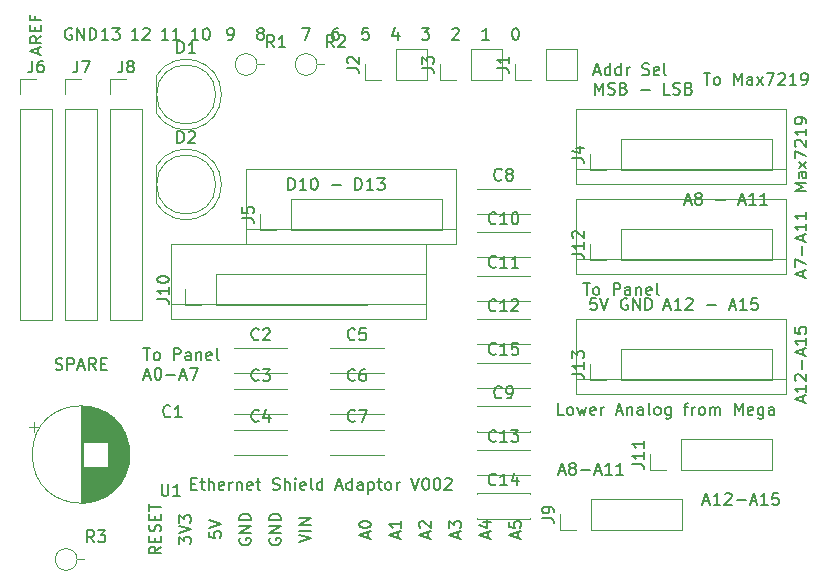
<source format=gbr>
G04 #@! TF.GenerationSoftware,KiCad,Pcbnew,(5.1.5-0-10_14)*
G04 #@! TF.CreationDate,2020-03-24T07:52:12+10:00*
G04 #@! TF.ProjectId,Arduino_NW_Template,41726475-696e-46f5-9f4e-575f54656d70,rev?*
G04 #@! TF.SameCoordinates,Original*
G04 #@! TF.FileFunction,Legend,Top*
G04 #@! TF.FilePolarity,Positive*
%FSLAX46Y46*%
G04 Gerber Fmt 4.6, Leading zero omitted, Abs format (unit mm)*
G04 Created by KiCad (PCBNEW (5.1.5-0-10_14)) date 2020-03-24 07:52:12*
%MOMM*%
%LPD*%
G04 APERTURE LIST*
%ADD10C,0.150000*%
%ADD11C,0.120000*%
G04 APERTURE END LIST*
D10*
X166172140Y-81581238D02*
X165172140Y-81581238D01*
X165886426Y-81247904D01*
X165172140Y-80914571D01*
X166172140Y-80914571D01*
X166172140Y-80009809D02*
X165648331Y-80009809D01*
X165553093Y-80057428D01*
X165505474Y-80152666D01*
X165505474Y-80343142D01*
X165553093Y-80438380D01*
X166124521Y-80009809D02*
X166172140Y-80105047D01*
X166172140Y-80343142D01*
X166124521Y-80438380D01*
X166029283Y-80486000D01*
X165934045Y-80486000D01*
X165838807Y-80438380D01*
X165791188Y-80343142D01*
X165791188Y-80105047D01*
X165743569Y-80009809D01*
X166172140Y-79628857D02*
X165505474Y-79105047D01*
X165505474Y-79628857D02*
X166172140Y-79105047D01*
X165172140Y-78819333D02*
X165172140Y-78152666D01*
X166172140Y-78581238D01*
X165267379Y-77819333D02*
X165219760Y-77771714D01*
X165172140Y-77676476D01*
X165172140Y-77438380D01*
X165219760Y-77343142D01*
X165267379Y-77295523D01*
X165362617Y-77247904D01*
X165457855Y-77247904D01*
X165600712Y-77295523D01*
X166172140Y-77866952D01*
X166172140Y-77247904D01*
X166172140Y-76295523D02*
X166172140Y-76866952D01*
X166172140Y-76581238D02*
X165172140Y-76581238D01*
X165314998Y-76676476D01*
X165410236Y-76771714D01*
X165457855Y-76866952D01*
X166172140Y-75819333D02*
X166172140Y-75628857D01*
X166124521Y-75533619D01*
X166076902Y-75486000D01*
X165934045Y-75390761D01*
X165743569Y-75343142D01*
X165362617Y-75343142D01*
X165267379Y-75390761D01*
X165219760Y-75438380D01*
X165172140Y-75533619D01*
X165172140Y-75724095D01*
X165219760Y-75819333D01*
X165267379Y-75866952D01*
X165362617Y-75914571D01*
X165600712Y-75914571D01*
X165695950Y-75866952D01*
X165743569Y-75819333D01*
X165791188Y-75724095D01*
X165791188Y-75533619D01*
X165743569Y-75438380D01*
X165695950Y-75390761D01*
X165600712Y-75343142D01*
X165886426Y-88820285D02*
X165886426Y-88344095D01*
X166172140Y-88915523D02*
X165172140Y-88582190D01*
X166172140Y-88248857D01*
X165172140Y-88010761D02*
X165172140Y-87344095D01*
X166172140Y-87772666D01*
X165791188Y-86963142D02*
X165791188Y-86201238D01*
X165886426Y-85772666D02*
X165886426Y-85296476D01*
X166172140Y-85867904D02*
X165172140Y-85534571D01*
X166172140Y-85201238D01*
X166172140Y-84344095D02*
X166172140Y-84915523D01*
X166172140Y-84629809D02*
X165172140Y-84629809D01*
X165314998Y-84725047D01*
X165410236Y-84820285D01*
X165457855Y-84915523D01*
X166172140Y-83391714D02*
X166172140Y-83963142D01*
X166172140Y-83677428D02*
X165172140Y-83677428D01*
X165314998Y-83772666D01*
X165410236Y-83867904D01*
X165457855Y-83963142D01*
X165886426Y-99456476D02*
X165886426Y-98980285D01*
X166172140Y-99551714D02*
X165172140Y-99218380D01*
X166172140Y-98885047D01*
X166172140Y-98027904D02*
X166172140Y-98599333D01*
X166172140Y-98313619D02*
X165172140Y-98313619D01*
X165314998Y-98408857D01*
X165410236Y-98504095D01*
X165457855Y-98599333D01*
X165267379Y-97646952D02*
X165219760Y-97599333D01*
X165172140Y-97504095D01*
X165172140Y-97266000D01*
X165219760Y-97170761D01*
X165267379Y-97123142D01*
X165362617Y-97075523D01*
X165457855Y-97075523D01*
X165600712Y-97123142D01*
X166172140Y-97694571D01*
X166172140Y-97075523D01*
X165791188Y-96646952D02*
X165791188Y-95885047D01*
X165886426Y-95456476D02*
X165886426Y-94980285D01*
X166172140Y-95551714D02*
X165172140Y-95218380D01*
X166172140Y-94885047D01*
X166172140Y-94027904D02*
X166172140Y-94599333D01*
X166172140Y-94313619D02*
X165172140Y-94313619D01*
X165314998Y-94408857D01*
X165410236Y-94504095D01*
X165457855Y-94599333D01*
X165172140Y-93123142D02*
X165172140Y-93599333D01*
X165648331Y-93646952D01*
X165600712Y-93599333D01*
X165553093Y-93504095D01*
X165553093Y-93266000D01*
X165600712Y-93170761D01*
X165648331Y-93123142D01*
X165743569Y-93075523D01*
X165981664Y-93075523D01*
X166076902Y-93123142D01*
X166124521Y-93170761D01*
X166172140Y-93266000D01*
X166172140Y-93504095D01*
X166124521Y-93599333D01*
X166076902Y-93646952D01*
X122302140Y-81478380D02*
X122302140Y-80478380D01*
X122540236Y-80478380D01*
X122683093Y-80526000D01*
X122778331Y-80621238D01*
X122825950Y-80716476D01*
X122873569Y-80906952D01*
X122873569Y-81049809D01*
X122825950Y-81240285D01*
X122778331Y-81335523D01*
X122683093Y-81430761D01*
X122540236Y-81478380D01*
X122302140Y-81478380D01*
X123825950Y-81478380D02*
X123254521Y-81478380D01*
X123540236Y-81478380D02*
X123540236Y-80478380D01*
X123444998Y-80621238D01*
X123349760Y-80716476D01*
X123254521Y-80764095D01*
X124444998Y-80478380D02*
X124540236Y-80478380D01*
X124635474Y-80526000D01*
X124683093Y-80573619D01*
X124730712Y-80668857D01*
X124778331Y-80859333D01*
X124778331Y-81097428D01*
X124730712Y-81287904D01*
X124683093Y-81383142D01*
X124635474Y-81430761D01*
X124540236Y-81478380D01*
X124444998Y-81478380D01*
X124349760Y-81430761D01*
X124302140Y-81383142D01*
X124254521Y-81287904D01*
X124206902Y-81097428D01*
X124206902Y-80859333D01*
X124254521Y-80668857D01*
X124302140Y-80573619D01*
X124349760Y-80526000D01*
X124444998Y-80478380D01*
X125968807Y-81097428D02*
X126730712Y-81097428D01*
X127968807Y-81478380D02*
X127968807Y-80478380D01*
X128206902Y-80478380D01*
X128349760Y-80526000D01*
X128444998Y-80621238D01*
X128492617Y-80716476D01*
X128540236Y-80906952D01*
X128540236Y-81049809D01*
X128492617Y-81240285D01*
X128444998Y-81335523D01*
X128349760Y-81430761D01*
X128206902Y-81478380D01*
X127968807Y-81478380D01*
X129492617Y-81478380D02*
X128921188Y-81478380D01*
X129206902Y-81478380D02*
X129206902Y-80478380D01*
X129111664Y-80621238D01*
X129016426Y-80716476D01*
X128921188Y-80764095D01*
X129825950Y-80478380D02*
X130444998Y-80478380D01*
X130111664Y-80859333D01*
X130254521Y-80859333D01*
X130349760Y-80906952D01*
X130397379Y-80954571D01*
X130444998Y-81049809D01*
X130444998Y-81287904D01*
X130397379Y-81383142D01*
X130349760Y-81430761D01*
X130254521Y-81478380D01*
X129968807Y-81478380D01*
X129873569Y-81430761D01*
X129825950Y-81383142D01*
X110032498Y-94893380D02*
X110603926Y-94893380D01*
X110318212Y-95893380D02*
X110318212Y-94893380D01*
X111080117Y-95893380D02*
X110984879Y-95845761D01*
X110937260Y-95798142D01*
X110889640Y-95702904D01*
X110889640Y-95417190D01*
X110937260Y-95321952D01*
X110984879Y-95274333D01*
X111080117Y-95226714D01*
X111222974Y-95226714D01*
X111318212Y-95274333D01*
X111365831Y-95321952D01*
X111413450Y-95417190D01*
X111413450Y-95702904D01*
X111365831Y-95798142D01*
X111318212Y-95845761D01*
X111222974Y-95893380D01*
X111080117Y-95893380D01*
X112603926Y-95893380D02*
X112603926Y-94893380D01*
X112984879Y-94893380D01*
X113080117Y-94941000D01*
X113127736Y-94988619D01*
X113175355Y-95083857D01*
X113175355Y-95226714D01*
X113127736Y-95321952D01*
X113080117Y-95369571D01*
X112984879Y-95417190D01*
X112603926Y-95417190D01*
X114032498Y-95893380D02*
X114032498Y-95369571D01*
X113984879Y-95274333D01*
X113889640Y-95226714D01*
X113699164Y-95226714D01*
X113603926Y-95274333D01*
X114032498Y-95845761D02*
X113937260Y-95893380D01*
X113699164Y-95893380D01*
X113603926Y-95845761D01*
X113556307Y-95750523D01*
X113556307Y-95655285D01*
X113603926Y-95560047D01*
X113699164Y-95512428D01*
X113937260Y-95512428D01*
X114032498Y-95464809D01*
X114508688Y-95226714D02*
X114508688Y-95893380D01*
X114508688Y-95321952D02*
X114556307Y-95274333D01*
X114651545Y-95226714D01*
X114794402Y-95226714D01*
X114889640Y-95274333D01*
X114937260Y-95369571D01*
X114937260Y-95893380D01*
X115794402Y-95845761D02*
X115699164Y-95893380D01*
X115508688Y-95893380D01*
X115413450Y-95845761D01*
X115365831Y-95750523D01*
X115365831Y-95369571D01*
X115413450Y-95274333D01*
X115508688Y-95226714D01*
X115699164Y-95226714D01*
X115794402Y-95274333D01*
X115842021Y-95369571D01*
X115842021Y-95464809D01*
X115365831Y-95560047D01*
X116413450Y-95893380D02*
X116318212Y-95845761D01*
X116270593Y-95750523D01*
X116270593Y-94893380D01*
X110127736Y-97257666D02*
X110603926Y-97257666D01*
X110032498Y-97543380D02*
X110365831Y-96543380D01*
X110699164Y-97543380D01*
X111222974Y-96543380D02*
X111318212Y-96543380D01*
X111413450Y-96591000D01*
X111461069Y-96638619D01*
X111508688Y-96733857D01*
X111556307Y-96924333D01*
X111556307Y-97162428D01*
X111508688Y-97352904D01*
X111461069Y-97448142D01*
X111413450Y-97495761D01*
X111318212Y-97543380D01*
X111222974Y-97543380D01*
X111127736Y-97495761D01*
X111080117Y-97448142D01*
X111032498Y-97352904D01*
X110984879Y-97162428D01*
X110984879Y-96924333D01*
X111032498Y-96733857D01*
X111080117Y-96638619D01*
X111127736Y-96591000D01*
X111222974Y-96543380D01*
X111984879Y-97162428D02*
X112746783Y-97162428D01*
X113175355Y-97257666D02*
X113651545Y-97257666D01*
X113080117Y-97543380D02*
X113413450Y-96543380D01*
X113746783Y-97543380D01*
X113984879Y-96543380D02*
X114651545Y-96543380D01*
X114222974Y-97543380D01*
X114079760Y-106354571D02*
X114413093Y-106354571D01*
X114555950Y-106878380D02*
X114079760Y-106878380D01*
X114079760Y-105878380D01*
X114555950Y-105878380D01*
X114841664Y-106211714D02*
X115222617Y-106211714D01*
X114984521Y-105878380D02*
X114984521Y-106735523D01*
X115032140Y-106830761D01*
X115127379Y-106878380D01*
X115222617Y-106878380D01*
X115555950Y-106878380D02*
X115555950Y-105878380D01*
X115984521Y-106878380D02*
X115984521Y-106354571D01*
X115936902Y-106259333D01*
X115841664Y-106211714D01*
X115698807Y-106211714D01*
X115603569Y-106259333D01*
X115555950Y-106306952D01*
X116841664Y-106830761D02*
X116746426Y-106878380D01*
X116555950Y-106878380D01*
X116460712Y-106830761D01*
X116413093Y-106735523D01*
X116413093Y-106354571D01*
X116460712Y-106259333D01*
X116555950Y-106211714D01*
X116746426Y-106211714D01*
X116841664Y-106259333D01*
X116889283Y-106354571D01*
X116889283Y-106449809D01*
X116413093Y-106545047D01*
X117317855Y-106878380D02*
X117317855Y-106211714D01*
X117317855Y-106402190D02*
X117365474Y-106306952D01*
X117413093Y-106259333D01*
X117508331Y-106211714D01*
X117603569Y-106211714D01*
X117936902Y-106211714D02*
X117936902Y-106878380D01*
X117936902Y-106306952D02*
X117984521Y-106259333D01*
X118079760Y-106211714D01*
X118222617Y-106211714D01*
X118317855Y-106259333D01*
X118365474Y-106354571D01*
X118365474Y-106878380D01*
X119222617Y-106830761D02*
X119127379Y-106878380D01*
X118936902Y-106878380D01*
X118841664Y-106830761D01*
X118794045Y-106735523D01*
X118794045Y-106354571D01*
X118841664Y-106259333D01*
X118936902Y-106211714D01*
X119127379Y-106211714D01*
X119222617Y-106259333D01*
X119270236Y-106354571D01*
X119270236Y-106449809D01*
X118794045Y-106545047D01*
X119555950Y-106211714D02*
X119936902Y-106211714D01*
X119698807Y-105878380D02*
X119698807Y-106735523D01*
X119746426Y-106830761D01*
X119841664Y-106878380D01*
X119936902Y-106878380D01*
X120984521Y-106830761D02*
X121127379Y-106878380D01*
X121365474Y-106878380D01*
X121460712Y-106830761D01*
X121508331Y-106783142D01*
X121555950Y-106687904D01*
X121555950Y-106592666D01*
X121508331Y-106497428D01*
X121460712Y-106449809D01*
X121365474Y-106402190D01*
X121174998Y-106354571D01*
X121079760Y-106306952D01*
X121032140Y-106259333D01*
X120984521Y-106164095D01*
X120984521Y-106068857D01*
X121032140Y-105973619D01*
X121079760Y-105926000D01*
X121174998Y-105878380D01*
X121413093Y-105878380D01*
X121555950Y-105926000D01*
X121984521Y-106878380D02*
X121984521Y-105878380D01*
X122413093Y-106878380D02*
X122413093Y-106354571D01*
X122365474Y-106259333D01*
X122270236Y-106211714D01*
X122127379Y-106211714D01*
X122032140Y-106259333D01*
X121984521Y-106306952D01*
X122889283Y-106878380D02*
X122889283Y-106211714D01*
X122889283Y-105878380D02*
X122841664Y-105926000D01*
X122889283Y-105973619D01*
X122936902Y-105926000D01*
X122889283Y-105878380D01*
X122889283Y-105973619D01*
X123746426Y-106830761D02*
X123651188Y-106878380D01*
X123460712Y-106878380D01*
X123365474Y-106830761D01*
X123317855Y-106735523D01*
X123317855Y-106354571D01*
X123365474Y-106259333D01*
X123460712Y-106211714D01*
X123651188Y-106211714D01*
X123746426Y-106259333D01*
X123794045Y-106354571D01*
X123794045Y-106449809D01*
X123317855Y-106545047D01*
X124365474Y-106878380D02*
X124270236Y-106830761D01*
X124222617Y-106735523D01*
X124222617Y-105878380D01*
X125174998Y-106878380D02*
X125174998Y-105878380D01*
X125174998Y-106830761D02*
X125079760Y-106878380D01*
X124889283Y-106878380D01*
X124794045Y-106830761D01*
X124746426Y-106783142D01*
X124698807Y-106687904D01*
X124698807Y-106402190D01*
X124746426Y-106306952D01*
X124794045Y-106259333D01*
X124889283Y-106211714D01*
X125079760Y-106211714D01*
X125174998Y-106259333D01*
X126365474Y-106592666D02*
X126841664Y-106592666D01*
X126270236Y-106878380D02*
X126603569Y-105878380D01*
X126936902Y-106878380D01*
X127698807Y-106878380D02*
X127698807Y-105878380D01*
X127698807Y-106830761D02*
X127603569Y-106878380D01*
X127413093Y-106878380D01*
X127317855Y-106830761D01*
X127270236Y-106783142D01*
X127222617Y-106687904D01*
X127222617Y-106402190D01*
X127270236Y-106306952D01*
X127317855Y-106259333D01*
X127413093Y-106211714D01*
X127603569Y-106211714D01*
X127698807Y-106259333D01*
X128603569Y-106878380D02*
X128603569Y-106354571D01*
X128555950Y-106259333D01*
X128460712Y-106211714D01*
X128270236Y-106211714D01*
X128174998Y-106259333D01*
X128603569Y-106830761D02*
X128508331Y-106878380D01*
X128270236Y-106878380D01*
X128174998Y-106830761D01*
X128127379Y-106735523D01*
X128127379Y-106640285D01*
X128174998Y-106545047D01*
X128270236Y-106497428D01*
X128508331Y-106497428D01*
X128603569Y-106449809D01*
X129079760Y-106211714D02*
X129079760Y-107211714D01*
X129079760Y-106259333D02*
X129174998Y-106211714D01*
X129365474Y-106211714D01*
X129460712Y-106259333D01*
X129508331Y-106306952D01*
X129555950Y-106402190D01*
X129555950Y-106687904D01*
X129508331Y-106783142D01*
X129460712Y-106830761D01*
X129365474Y-106878380D01*
X129174998Y-106878380D01*
X129079760Y-106830761D01*
X129841664Y-106211714D02*
X130222617Y-106211714D01*
X129984521Y-105878380D02*
X129984521Y-106735523D01*
X130032140Y-106830761D01*
X130127379Y-106878380D01*
X130222617Y-106878380D01*
X130698807Y-106878380D02*
X130603569Y-106830761D01*
X130555950Y-106783142D01*
X130508331Y-106687904D01*
X130508331Y-106402190D01*
X130555950Y-106306952D01*
X130603569Y-106259333D01*
X130698807Y-106211714D01*
X130841664Y-106211714D01*
X130936902Y-106259333D01*
X130984521Y-106306952D01*
X131032140Y-106402190D01*
X131032140Y-106687904D01*
X130984521Y-106783142D01*
X130936902Y-106830761D01*
X130841664Y-106878380D01*
X130698807Y-106878380D01*
X131460712Y-106878380D02*
X131460712Y-106211714D01*
X131460712Y-106402190D02*
X131508331Y-106306952D01*
X131555950Y-106259333D01*
X131651188Y-106211714D01*
X131746426Y-106211714D01*
X132698807Y-105878380D02*
X133032140Y-106878380D01*
X133365474Y-105878380D01*
X133889283Y-105878380D02*
X133984521Y-105878380D01*
X134079760Y-105926000D01*
X134127379Y-105973619D01*
X134174998Y-106068857D01*
X134222617Y-106259333D01*
X134222617Y-106497428D01*
X134174998Y-106687904D01*
X134127379Y-106783142D01*
X134079760Y-106830761D01*
X133984521Y-106878380D01*
X133889283Y-106878380D01*
X133794045Y-106830761D01*
X133746426Y-106783142D01*
X133698807Y-106687904D01*
X133651188Y-106497428D01*
X133651188Y-106259333D01*
X133698807Y-106068857D01*
X133746426Y-105973619D01*
X133794045Y-105926000D01*
X133889283Y-105878380D01*
X134841664Y-105878380D02*
X134936902Y-105878380D01*
X135032140Y-105926000D01*
X135079760Y-105973619D01*
X135127379Y-106068857D01*
X135174998Y-106259333D01*
X135174998Y-106497428D01*
X135127379Y-106687904D01*
X135079760Y-106783142D01*
X135032140Y-106830761D01*
X134936902Y-106878380D01*
X134841664Y-106878380D01*
X134746426Y-106830761D01*
X134698807Y-106783142D01*
X134651188Y-106687904D01*
X134603569Y-106497428D01*
X134603569Y-106259333D01*
X134651188Y-106068857D01*
X134698807Y-105973619D01*
X134746426Y-105926000D01*
X134841664Y-105878380D01*
X135555950Y-105973619D02*
X135603569Y-105926000D01*
X135698807Y-105878380D01*
X135936902Y-105878380D01*
X136032140Y-105926000D01*
X136079760Y-105973619D01*
X136127379Y-106068857D01*
X136127379Y-106164095D01*
X136079760Y-106306952D01*
X135508331Y-106878380D01*
X136127379Y-106878380D01*
X148227736Y-71477666D02*
X148703926Y-71477666D01*
X148132498Y-71763380D02*
X148465831Y-70763380D01*
X148799164Y-71763380D01*
X149561069Y-71763380D02*
X149561069Y-70763380D01*
X149561069Y-71715761D02*
X149465831Y-71763380D01*
X149275355Y-71763380D01*
X149180117Y-71715761D01*
X149132498Y-71668142D01*
X149084879Y-71572904D01*
X149084879Y-71287190D01*
X149132498Y-71191952D01*
X149180117Y-71144333D01*
X149275355Y-71096714D01*
X149465831Y-71096714D01*
X149561069Y-71144333D01*
X150465831Y-71763380D02*
X150465831Y-70763380D01*
X150465831Y-71715761D02*
X150370593Y-71763380D01*
X150180117Y-71763380D01*
X150084879Y-71715761D01*
X150037260Y-71668142D01*
X149989640Y-71572904D01*
X149989640Y-71287190D01*
X150037260Y-71191952D01*
X150084879Y-71144333D01*
X150180117Y-71096714D01*
X150370593Y-71096714D01*
X150465831Y-71144333D01*
X150942021Y-71763380D02*
X150942021Y-71096714D01*
X150942021Y-71287190D02*
X150989640Y-71191952D01*
X151037260Y-71144333D01*
X151132498Y-71096714D01*
X151227736Y-71096714D01*
X152275355Y-71715761D02*
X152418212Y-71763380D01*
X152656307Y-71763380D01*
X152751545Y-71715761D01*
X152799164Y-71668142D01*
X152846783Y-71572904D01*
X152846783Y-71477666D01*
X152799164Y-71382428D01*
X152751545Y-71334809D01*
X152656307Y-71287190D01*
X152465831Y-71239571D01*
X152370593Y-71191952D01*
X152322974Y-71144333D01*
X152275355Y-71049095D01*
X152275355Y-70953857D01*
X152322974Y-70858619D01*
X152370593Y-70811000D01*
X152465831Y-70763380D01*
X152703926Y-70763380D01*
X152846783Y-70811000D01*
X153656307Y-71715761D02*
X153561069Y-71763380D01*
X153370593Y-71763380D01*
X153275355Y-71715761D01*
X153227736Y-71620523D01*
X153227736Y-71239571D01*
X153275355Y-71144333D01*
X153370593Y-71096714D01*
X153561069Y-71096714D01*
X153656307Y-71144333D01*
X153703926Y-71239571D01*
X153703926Y-71334809D01*
X153227736Y-71430047D01*
X154275355Y-71763380D02*
X154180117Y-71715761D01*
X154132498Y-71620523D01*
X154132498Y-70763380D01*
X148275355Y-73413380D02*
X148275355Y-72413380D01*
X148608688Y-73127666D01*
X148942021Y-72413380D01*
X148942021Y-73413380D01*
X149370593Y-73365761D02*
X149513450Y-73413380D01*
X149751545Y-73413380D01*
X149846783Y-73365761D01*
X149894402Y-73318142D01*
X149942021Y-73222904D01*
X149942021Y-73127666D01*
X149894402Y-73032428D01*
X149846783Y-72984809D01*
X149751545Y-72937190D01*
X149561069Y-72889571D01*
X149465831Y-72841952D01*
X149418212Y-72794333D01*
X149370593Y-72699095D01*
X149370593Y-72603857D01*
X149418212Y-72508619D01*
X149465831Y-72461000D01*
X149561069Y-72413380D01*
X149799164Y-72413380D01*
X149942021Y-72461000D01*
X150703926Y-72889571D02*
X150846783Y-72937190D01*
X150894402Y-72984809D01*
X150942021Y-73080047D01*
X150942021Y-73222904D01*
X150894402Y-73318142D01*
X150846783Y-73365761D01*
X150751545Y-73413380D01*
X150370593Y-73413380D01*
X150370593Y-72413380D01*
X150703926Y-72413380D01*
X150799164Y-72461000D01*
X150846783Y-72508619D01*
X150894402Y-72603857D01*
X150894402Y-72699095D01*
X150846783Y-72794333D01*
X150799164Y-72841952D01*
X150703926Y-72889571D01*
X150370593Y-72889571D01*
X152132498Y-73032428D02*
X152894402Y-73032428D01*
X154608688Y-73413380D02*
X154132498Y-73413380D01*
X154132498Y-72413380D01*
X154894402Y-73365761D02*
X155037260Y-73413380D01*
X155275355Y-73413380D01*
X155370593Y-73365761D01*
X155418212Y-73318142D01*
X155465831Y-73222904D01*
X155465831Y-73127666D01*
X155418212Y-73032428D01*
X155370593Y-72984809D01*
X155275355Y-72937190D01*
X155084879Y-72889571D01*
X154989640Y-72841952D01*
X154942021Y-72794333D01*
X154894402Y-72699095D01*
X154894402Y-72603857D01*
X154942021Y-72508619D01*
X154989640Y-72461000D01*
X155084879Y-72413380D01*
X155322974Y-72413380D01*
X155465831Y-72461000D01*
X156227736Y-72889571D02*
X156370593Y-72937190D01*
X156418212Y-72984809D01*
X156465831Y-73080047D01*
X156465831Y-73222904D01*
X156418212Y-73318142D01*
X156370593Y-73365761D01*
X156275355Y-73413380D01*
X155894402Y-73413380D01*
X155894402Y-72413380D01*
X156227736Y-72413380D01*
X156322974Y-72461000D01*
X156370593Y-72508619D01*
X156418212Y-72603857D01*
X156418212Y-72699095D01*
X156370593Y-72794333D01*
X156322974Y-72841952D01*
X156227736Y-72889571D01*
X155894402Y-72889571D01*
X157457379Y-71588380D02*
X158028807Y-71588380D01*
X157743093Y-72588380D02*
X157743093Y-71588380D01*
X158504998Y-72588380D02*
X158409760Y-72540761D01*
X158362140Y-72493142D01*
X158314521Y-72397904D01*
X158314521Y-72112190D01*
X158362140Y-72016952D01*
X158409760Y-71969333D01*
X158504998Y-71921714D01*
X158647855Y-71921714D01*
X158743093Y-71969333D01*
X158790712Y-72016952D01*
X158838331Y-72112190D01*
X158838331Y-72397904D01*
X158790712Y-72493142D01*
X158743093Y-72540761D01*
X158647855Y-72588380D01*
X158504998Y-72588380D01*
X160028807Y-72588380D02*
X160028807Y-71588380D01*
X160362140Y-72302666D01*
X160695474Y-71588380D01*
X160695474Y-72588380D01*
X161600236Y-72588380D02*
X161600236Y-72064571D01*
X161552617Y-71969333D01*
X161457379Y-71921714D01*
X161266902Y-71921714D01*
X161171664Y-71969333D01*
X161600236Y-72540761D02*
X161504998Y-72588380D01*
X161266902Y-72588380D01*
X161171664Y-72540761D01*
X161124045Y-72445523D01*
X161124045Y-72350285D01*
X161171664Y-72255047D01*
X161266902Y-72207428D01*
X161504998Y-72207428D01*
X161600236Y-72159809D01*
X161981188Y-72588380D02*
X162504998Y-71921714D01*
X161981188Y-71921714D02*
X162504998Y-72588380D01*
X162790712Y-71588380D02*
X163457379Y-71588380D01*
X163028807Y-72588380D01*
X163790712Y-71683619D02*
X163838331Y-71636000D01*
X163933569Y-71588380D01*
X164171664Y-71588380D01*
X164266902Y-71636000D01*
X164314521Y-71683619D01*
X164362140Y-71778857D01*
X164362140Y-71874095D01*
X164314521Y-72016952D01*
X163743093Y-72588380D01*
X164362140Y-72588380D01*
X165314521Y-72588380D02*
X164743093Y-72588380D01*
X165028807Y-72588380D02*
X165028807Y-71588380D01*
X164933569Y-71731238D01*
X164838331Y-71826476D01*
X164743093Y-71874095D01*
X165790712Y-72588380D02*
X165981188Y-72588380D01*
X166076426Y-72540761D01*
X166124045Y-72493142D01*
X166219283Y-72350285D01*
X166266902Y-72159809D01*
X166266902Y-71778857D01*
X166219283Y-71683619D01*
X166171664Y-71636000D01*
X166076426Y-71588380D01*
X165885950Y-71588380D01*
X165790712Y-71636000D01*
X165743093Y-71683619D01*
X165695474Y-71778857D01*
X165695474Y-72016952D01*
X165743093Y-72112190D01*
X165790712Y-72159809D01*
X165885950Y-72207428D01*
X166076426Y-72207428D01*
X166171664Y-72159809D01*
X166219283Y-72112190D01*
X166266902Y-72016952D01*
X155893569Y-82462666D02*
X156369760Y-82462666D01*
X155798331Y-82748380D02*
X156131664Y-81748380D01*
X156464998Y-82748380D01*
X156941188Y-82176952D02*
X156845950Y-82129333D01*
X156798331Y-82081714D01*
X156750712Y-81986476D01*
X156750712Y-81938857D01*
X156798331Y-81843619D01*
X156845950Y-81796000D01*
X156941188Y-81748380D01*
X157131664Y-81748380D01*
X157226902Y-81796000D01*
X157274521Y-81843619D01*
X157322140Y-81938857D01*
X157322140Y-81986476D01*
X157274521Y-82081714D01*
X157226902Y-82129333D01*
X157131664Y-82176952D01*
X156941188Y-82176952D01*
X156845950Y-82224571D01*
X156798331Y-82272190D01*
X156750712Y-82367428D01*
X156750712Y-82557904D01*
X156798331Y-82653142D01*
X156845950Y-82700761D01*
X156941188Y-82748380D01*
X157131664Y-82748380D01*
X157226902Y-82700761D01*
X157274521Y-82653142D01*
X157322140Y-82557904D01*
X157322140Y-82367428D01*
X157274521Y-82272190D01*
X157226902Y-82224571D01*
X157131664Y-82176952D01*
X158512617Y-82367428D02*
X159274521Y-82367428D01*
X160464998Y-82462666D02*
X160941188Y-82462666D01*
X160369760Y-82748380D02*
X160703093Y-81748380D01*
X161036426Y-82748380D01*
X161893569Y-82748380D02*
X161322140Y-82748380D01*
X161607855Y-82748380D02*
X161607855Y-81748380D01*
X161512617Y-81891238D01*
X161417379Y-81986476D01*
X161322140Y-82034095D01*
X162845950Y-82748380D02*
X162274521Y-82748380D01*
X162560236Y-82748380D02*
X162560236Y-81748380D01*
X162464998Y-81891238D01*
X162369760Y-81986476D01*
X162274521Y-82034095D01*
X148384521Y-90638380D02*
X147908331Y-90638380D01*
X147860712Y-91114571D01*
X147908331Y-91066952D01*
X148003569Y-91019333D01*
X148241664Y-91019333D01*
X148336902Y-91066952D01*
X148384521Y-91114571D01*
X148432140Y-91209809D01*
X148432140Y-91447904D01*
X148384521Y-91543142D01*
X148336902Y-91590761D01*
X148241664Y-91638380D01*
X148003569Y-91638380D01*
X147908331Y-91590761D01*
X147860712Y-91543142D01*
X148717855Y-90638380D02*
X149051188Y-91638380D01*
X149384521Y-90638380D01*
X151003569Y-90686000D02*
X150908331Y-90638380D01*
X150765474Y-90638380D01*
X150622617Y-90686000D01*
X150527379Y-90781238D01*
X150479760Y-90876476D01*
X150432140Y-91066952D01*
X150432140Y-91209809D01*
X150479760Y-91400285D01*
X150527379Y-91495523D01*
X150622617Y-91590761D01*
X150765474Y-91638380D01*
X150860712Y-91638380D01*
X151003569Y-91590761D01*
X151051188Y-91543142D01*
X151051188Y-91209809D01*
X150860712Y-91209809D01*
X151479760Y-91638380D02*
X151479760Y-90638380D01*
X152051188Y-91638380D01*
X152051188Y-90638380D01*
X152527379Y-91638380D02*
X152527379Y-90638380D01*
X152765474Y-90638380D01*
X152908331Y-90686000D01*
X153003569Y-90781238D01*
X153051188Y-90876476D01*
X153098807Y-91066952D01*
X153098807Y-91209809D01*
X153051188Y-91400285D01*
X153003569Y-91495523D01*
X152908331Y-91590761D01*
X152765474Y-91638380D01*
X152527379Y-91638380D01*
X154147379Y-91352666D02*
X154623569Y-91352666D01*
X154052140Y-91638380D02*
X154385474Y-90638380D01*
X154718807Y-91638380D01*
X155575950Y-91638380D02*
X155004521Y-91638380D01*
X155290236Y-91638380D02*
X155290236Y-90638380D01*
X155194998Y-90781238D01*
X155099760Y-90876476D01*
X155004521Y-90924095D01*
X155956902Y-90733619D02*
X156004521Y-90686000D01*
X156099760Y-90638380D01*
X156337855Y-90638380D01*
X156433093Y-90686000D01*
X156480712Y-90733619D01*
X156528331Y-90828857D01*
X156528331Y-90924095D01*
X156480712Y-91066952D01*
X155909283Y-91638380D01*
X156528331Y-91638380D01*
X157718807Y-91257428D02*
X158480712Y-91257428D01*
X159671188Y-91352666D02*
X160147379Y-91352666D01*
X159575950Y-91638380D02*
X159909283Y-90638380D01*
X160242617Y-91638380D01*
X161099760Y-91638380D02*
X160528331Y-91638380D01*
X160814045Y-91638380D02*
X160814045Y-90638380D01*
X160718807Y-90781238D01*
X160623569Y-90876476D01*
X160528331Y-90924095D01*
X162004521Y-90638380D02*
X161528331Y-90638380D01*
X161480712Y-91114571D01*
X161528331Y-91066952D01*
X161623569Y-91019333D01*
X161861664Y-91019333D01*
X161956902Y-91066952D01*
X162004521Y-91114571D01*
X162052140Y-91209809D01*
X162052140Y-91447904D01*
X162004521Y-91543142D01*
X161956902Y-91590761D01*
X161861664Y-91638380D01*
X161623569Y-91638380D01*
X161528331Y-91590761D01*
X161480712Y-91543142D01*
X147265474Y-89368380D02*
X147836902Y-89368380D01*
X147551188Y-90368380D02*
X147551188Y-89368380D01*
X148313093Y-90368380D02*
X148217855Y-90320761D01*
X148170236Y-90273142D01*
X148122617Y-90177904D01*
X148122617Y-89892190D01*
X148170236Y-89796952D01*
X148217855Y-89749333D01*
X148313093Y-89701714D01*
X148455950Y-89701714D01*
X148551188Y-89749333D01*
X148598807Y-89796952D01*
X148646426Y-89892190D01*
X148646426Y-90177904D01*
X148598807Y-90273142D01*
X148551188Y-90320761D01*
X148455950Y-90368380D01*
X148313093Y-90368380D01*
X149836902Y-90368380D02*
X149836902Y-89368380D01*
X150217855Y-89368380D01*
X150313093Y-89416000D01*
X150360712Y-89463619D01*
X150408331Y-89558857D01*
X150408331Y-89701714D01*
X150360712Y-89796952D01*
X150313093Y-89844571D01*
X150217855Y-89892190D01*
X149836902Y-89892190D01*
X151265474Y-90368380D02*
X151265474Y-89844571D01*
X151217855Y-89749333D01*
X151122617Y-89701714D01*
X150932140Y-89701714D01*
X150836902Y-89749333D01*
X151265474Y-90320761D02*
X151170236Y-90368380D01*
X150932140Y-90368380D01*
X150836902Y-90320761D01*
X150789283Y-90225523D01*
X150789283Y-90130285D01*
X150836902Y-90035047D01*
X150932140Y-89987428D01*
X151170236Y-89987428D01*
X151265474Y-89939809D01*
X151741664Y-89701714D02*
X151741664Y-90368380D01*
X151741664Y-89796952D02*
X151789283Y-89749333D01*
X151884521Y-89701714D01*
X152027379Y-89701714D01*
X152122617Y-89749333D01*
X152170236Y-89844571D01*
X152170236Y-90368380D01*
X153027379Y-90320761D02*
X152932140Y-90368380D01*
X152741664Y-90368380D01*
X152646426Y-90320761D01*
X152598807Y-90225523D01*
X152598807Y-89844571D01*
X152646426Y-89749333D01*
X152741664Y-89701714D01*
X152932140Y-89701714D01*
X153027379Y-89749333D01*
X153074998Y-89844571D01*
X153074998Y-89939809D01*
X152598807Y-90035047D01*
X153646426Y-90368380D02*
X153551188Y-90320761D01*
X153503569Y-90225523D01*
X153503569Y-89368380D01*
X157449283Y-107862666D02*
X157925474Y-107862666D01*
X157354045Y-108148380D02*
X157687379Y-107148380D01*
X158020712Y-108148380D01*
X158877855Y-108148380D02*
X158306426Y-108148380D01*
X158592140Y-108148380D02*
X158592140Y-107148380D01*
X158496902Y-107291238D01*
X158401664Y-107386476D01*
X158306426Y-107434095D01*
X159258807Y-107243619D02*
X159306426Y-107196000D01*
X159401664Y-107148380D01*
X159639760Y-107148380D01*
X159734998Y-107196000D01*
X159782617Y-107243619D01*
X159830236Y-107338857D01*
X159830236Y-107434095D01*
X159782617Y-107576952D01*
X159211188Y-108148380D01*
X159830236Y-108148380D01*
X160258807Y-107767428D02*
X161020712Y-107767428D01*
X161449283Y-107862666D02*
X161925474Y-107862666D01*
X161354045Y-108148380D02*
X161687379Y-107148380D01*
X162020712Y-108148380D01*
X162877855Y-108148380D02*
X162306426Y-108148380D01*
X162592140Y-108148380D02*
X162592140Y-107148380D01*
X162496902Y-107291238D01*
X162401664Y-107386476D01*
X162306426Y-107434095D01*
X163782617Y-107148380D02*
X163306426Y-107148380D01*
X163258807Y-107624571D01*
X163306426Y-107576952D01*
X163401664Y-107529333D01*
X163639760Y-107529333D01*
X163734998Y-107576952D01*
X163782617Y-107624571D01*
X163830236Y-107719809D01*
X163830236Y-107957904D01*
X163782617Y-108053142D01*
X163734998Y-108100761D01*
X163639760Y-108148380D01*
X163401664Y-108148380D01*
X163306426Y-108100761D01*
X163258807Y-108053142D01*
X145225474Y-105322666D02*
X145701664Y-105322666D01*
X145130236Y-105608380D02*
X145463569Y-104608380D01*
X145796902Y-105608380D01*
X146273093Y-105036952D02*
X146177855Y-104989333D01*
X146130236Y-104941714D01*
X146082617Y-104846476D01*
X146082617Y-104798857D01*
X146130236Y-104703619D01*
X146177855Y-104656000D01*
X146273093Y-104608380D01*
X146463569Y-104608380D01*
X146558807Y-104656000D01*
X146606426Y-104703619D01*
X146654045Y-104798857D01*
X146654045Y-104846476D01*
X146606426Y-104941714D01*
X146558807Y-104989333D01*
X146463569Y-105036952D01*
X146273093Y-105036952D01*
X146177855Y-105084571D01*
X146130236Y-105132190D01*
X146082617Y-105227428D01*
X146082617Y-105417904D01*
X146130236Y-105513142D01*
X146177855Y-105560761D01*
X146273093Y-105608380D01*
X146463569Y-105608380D01*
X146558807Y-105560761D01*
X146606426Y-105513142D01*
X146654045Y-105417904D01*
X146654045Y-105227428D01*
X146606426Y-105132190D01*
X146558807Y-105084571D01*
X146463569Y-105036952D01*
X147082617Y-105227428D02*
X147844521Y-105227428D01*
X148273093Y-105322666D02*
X148749283Y-105322666D01*
X148177855Y-105608380D02*
X148511188Y-104608380D01*
X148844521Y-105608380D01*
X149701664Y-105608380D02*
X149130236Y-105608380D01*
X149415950Y-105608380D02*
X149415950Y-104608380D01*
X149320712Y-104751238D01*
X149225474Y-104846476D01*
X149130236Y-104894095D01*
X150654045Y-105608380D02*
X150082617Y-105608380D01*
X150368331Y-105608380D02*
X150368331Y-104608380D01*
X150273093Y-104751238D01*
X150177855Y-104846476D01*
X150082617Y-104894095D01*
X145623093Y-100528380D02*
X145146902Y-100528380D01*
X145146902Y-99528380D01*
X146099283Y-100528380D02*
X146004045Y-100480761D01*
X145956426Y-100433142D01*
X145908807Y-100337904D01*
X145908807Y-100052190D01*
X145956426Y-99956952D01*
X146004045Y-99909333D01*
X146099283Y-99861714D01*
X146242140Y-99861714D01*
X146337379Y-99909333D01*
X146384998Y-99956952D01*
X146432617Y-100052190D01*
X146432617Y-100337904D01*
X146384998Y-100433142D01*
X146337379Y-100480761D01*
X146242140Y-100528380D01*
X146099283Y-100528380D01*
X146765950Y-99861714D02*
X146956426Y-100528380D01*
X147146902Y-100052190D01*
X147337379Y-100528380D01*
X147527855Y-99861714D01*
X148289760Y-100480761D02*
X148194521Y-100528380D01*
X148004045Y-100528380D01*
X147908807Y-100480761D01*
X147861188Y-100385523D01*
X147861188Y-100004571D01*
X147908807Y-99909333D01*
X148004045Y-99861714D01*
X148194521Y-99861714D01*
X148289760Y-99909333D01*
X148337379Y-100004571D01*
X148337379Y-100099809D01*
X147861188Y-100195047D01*
X148765950Y-100528380D02*
X148765950Y-99861714D01*
X148765950Y-100052190D02*
X148813569Y-99956952D01*
X148861188Y-99909333D01*
X148956426Y-99861714D01*
X149051664Y-99861714D01*
X150099283Y-100242666D02*
X150575474Y-100242666D01*
X150004045Y-100528380D02*
X150337379Y-99528380D01*
X150670712Y-100528380D01*
X151004045Y-99861714D02*
X151004045Y-100528380D01*
X151004045Y-99956952D02*
X151051664Y-99909333D01*
X151146902Y-99861714D01*
X151289760Y-99861714D01*
X151384998Y-99909333D01*
X151432617Y-100004571D01*
X151432617Y-100528380D01*
X152337379Y-100528380D02*
X152337379Y-100004571D01*
X152289760Y-99909333D01*
X152194521Y-99861714D01*
X152004045Y-99861714D01*
X151908807Y-99909333D01*
X152337379Y-100480761D02*
X152242140Y-100528380D01*
X152004045Y-100528380D01*
X151908807Y-100480761D01*
X151861188Y-100385523D01*
X151861188Y-100290285D01*
X151908807Y-100195047D01*
X152004045Y-100147428D01*
X152242140Y-100147428D01*
X152337379Y-100099809D01*
X152956426Y-100528380D02*
X152861188Y-100480761D01*
X152813569Y-100385523D01*
X152813569Y-99528380D01*
X153480236Y-100528380D02*
X153384998Y-100480761D01*
X153337379Y-100433142D01*
X153289760Y-100337904D01*
X153289760Y-100052190D01*
X153337379Y-99956952D01*
X153384998Y-99909333D01*
X153480236Y-99861714D01*
X153623093Y-99861714D01*
X153718331Y-99909333D01*
X153765950Y-99956952D01*
X153813569Y-100052190D01*
X153813569Y-100337904D01*
X153765950Y-100433142D01*
X153718331Y-100480761D01*
X153623093Y-100528380D01*
X153480236Y-100528380D01*
X154670712Y-99861714D02*
X154670712Y-100671238D01*
X154623093Y-100766476D01*
X154575474Y-100814095D01*
X154480236Y-100861714D01*
X154337379Y-100861714D01*
X154242140Y-100814095D01*
X154670712Y-100480761D02*
X154575474Y-100528380D01*
X154384998Y-100528380D01*
X154289760Y-100480761D01*
X154242140Y-100433142D01*
X154194521Y-100337904D01*
X154194521Y-100052190D01*
X154242140Y-99956952D01*
X154289760Y-99909333D01*
X154384998Y-99861714D01*
X154575474Y-99861714D01*
X154670712Y-99909333D01*
X155765950Y-99861714D02*
X156146902Y-99861714D01*
X155908807Y-100528380D02*
X155908807Y-99671238D01*
X155956426Y-99576000D01*
X156051664Y-99528380D01*
X156146902Y-99528380D01*
X156480236Y-100528380D02*
X156480236Y-99861714D01*
X156480236Y-100052190D02*
X156527855Y-99956952D01*
X156575474Y-99909333D01*
X156670712Y-99861714D01*
X156765950Y-99861714D01*
X157242140Y-100528380D02*
X157146902Y-100480761D01*
X157099283Y-100433142D01*
X157051664Y-100337904D01*
X157051664Y-100052190D01*
X157099283Y-99956952D01*
X157146902Y-99909333D01*
X157242140Y-99861714D01*
X157384998Y-99861714D01*
X157480236Y-99909333D01*
X157527855Y-99956952D01*
X157575474Y-100052190D01*
X157575474Y-100337904D01*
X157527855Y-100433142D01*
X157480236Y-100480761D01*
X157384998Y-100528380D01*
X157242140Y-100528380D01*
X158004045Y-100528380D02*
X158004045Y-99861714D01*
X158004045Y-99956952D02*
X158051664Y-99909333D01*
X158146902Y-99861714D01*
X158289760Y-99861714D01*
X158384998Y-99909333D01*
X158432617Y-100004571D01*
X158432617Y-100528380D01*
X158432617Y-100004571D02*
X158480236Y-99909333D01*
X158575474Y-99861714D01*
X158718331Y-99861714D01*
X158813569Y-99909333D01*
X158861188Y-100004571D01*
X158861188Y-100528380D01*
X160099283Y-100528380D02*
X160099283Y-99528380D01*
X160432617Y-100242666D01*
X160765950Y-99528380D01*
X160765950Y-100528380D01*
X161623093Y-100480761D02*
X161527855Y-100528380D01*
X161337379Y-100528380D01*
X161242140Y-100480761D01*
X161194521Y-100385523D01*
X161194521Y-100004571D01*
X161242140Y-99909333D01*
X161337379Y-99861714D01*
X161527855Y-99861714D01*
X161623093Y-99909333D01*
X161670712Y-100004571D01*
X161670712Y-100099809D01*
X161194521Y-100195047D01*
X162527855Y-99861714D02*
X162527855Y-100671238D01*
X162480236Y-100766476D01*
X162432617Y-100814095D01*
X162337379Y-100861714D01*
X162194521Y-100861714D01*
X162099283Y-100814095D01*
X162527855Y-100480761D02*
X162432617Y-100528380D01*
X162242140Y-100528380D01*
X162146902Y-100480761D01*
X162099283Y-100433142D01*
X162051664Y-100337904D01*
X162051664Y-100052190D01*
X162099283Y-99956952D01*
X162146902Y-99909333D01*
X162242140Y-99861714D01*
X162432617Y-99861714D01*
X162527855Y-99909333D01*
X163432617Y-100528380D02*
X163432617Y-100004571D01*
X163384998Y-99909333D01*
X163289760Y-99861714D01*
X163099283Y-99861714D01*
X163004045Y-99909333D01*
X163432617Y-100480761D02*
X163337379Y-100528380D01*
X163099283Y-100528380D01*
X163004045Y-100480761D01*
X162956426Y-100385523D01*
X162956426Y-100290285D01*
X163004045Y-100195047D01*
X163099283Y-100147428D01*
X163337379Y-100147428D01*
X163432617Y-100099809D01*
X102593093Y-96670761D02*
X102735950Y-96718380D01*
X102974045Y-96718380D01*
X103069283Y-96670761D01*
X103116902Y-96623142D01*
X103164521Y-96527904D01*
X103164521Y-96432666D01*
X103116902Y-96337428D01*
X103069283Y-96289809D01*
X102974045Y-96242190D01*
X102783569Y-96194571D01*
X102688331Y-96146952D01*
X102640712Y-96099333D01*
X102593093Y-96004095D01*
X102593093Y-95908857D01*
X102640712Y-95813619D01*
X102688331Y-95766000D01*
X102783569Y-95718380D01*
X103021664Y-95718380D01*
X103164521Y-95766000D01*
X103593093Y-96718380D02*
X103593093Y-95718380D01*
X103974045Y-95718380D01*
X104069283Y-95766000D01*
X104116902Y-95813619D01*
X104164521Y-95908857D01*
X104164521Y-96051714D01*
X104116902Y-96146952D01*
X104069283Y-96194571D01*
X103974045Y-96242190D01*
X103593093Y-96242190D01*
X104545474Y-96432666D02*
X105021664Y-96432666D01*
X104450236Y-96718380D02*
X104783569Y-95718380D01*
X105116902Y-96718380D01*
X106021664Y-96718380D02*
X105688331Y-96242190D01*
X105450236Y-96718380D02*
X105450236Y-95718380D01*
X105831188Y-95718380D01*
X105926426Y-95766000D01*
X105974045Y-95813619D01*
X106021664Y-95908857D01*
X106021664Y-96051714D01*
X105974045Y-96146952D01*
X105926426Y-96194571D01*
X105831188Y-96242190D01*
X105450236Y-96242190D01*
X106450236Y-96194571D02*
X106783569Y-96194571D01*
X106926426Y-96718380D02*
X106450236Y-96718380D01*
X106450236Y-95718380D01*
X106926426Y-95718380D01*
D11*
X124730000Y-70866000D02*
G75*
G03X124730000Y-70866000I-920000J0D01*
G01*
X124730000Y-70866000D02*
X125350000Y-70866000D01*
X119650000Y-70866000D02*
G75*
G03X119650000Y-70866000I-920000J0D01*
G01*
X119650000Y-70866000D02*
X120270000Y-70866000D01*
X146670000Y-97536000D02*
X164450000Y-97536000D01*
X164450000Y-92456000D02*
X164450000Y-93726000D01*
X146670000Y-92456000D02*
X164450000Y-92456000D01*
X146670000Y-93726000D02*
X146670000Y-92456000D01*
X164450000Y-98806000D02*
X164450000Y-93726000D01*
X146670000Y-98806000D02*
X164450000Y-98806000D01*
X146670000Y-93726000D02*
X146670000Y-98806000D01*
X163240000Y-97596000D02*
X163240000Y-94936000D01*
X150480000Y-97596000D02*
X163240000Y-97596000D01*
X150480000Y-94936000D02*
X163240000Y-94936000D01*
X150480000Y-97596000D02*
X150480000Y-94936000D01*
X149210000Y-97596000D02*
X147880000Y-97596000D01*
X147880000Y-97596000D02*
X147880000Y-96266000D01*
X146670000Y-87376000D02*
X164450000Y-87376000D01*
X164450000Y-82296000D02*
X164450000Y-83566000D01*
X146670000Y-82296000D02*
X164450000Y-82296000D01*
X146670000Y-83566000D02*
X146670000Y-82296000D01*
X164450000Y-88646000D02*
X164450000Y-83566000D01*
X146670000Y-88646000D02*
X164450000Y-88646000D01*
X146670000Y-83566000D02*
X146670000Y-88646000D01*
X163240000Y-87436000D02*
X163240000Y-84776000D01*
X150480000Y-87436000D02*
X163240000Y-87436000D01*
X150480000Y-84776000D02*
X163240000Y-84776000D01*
X150480000Y-87436000D02*
X150480000Y-84776000D01*
X149210000Y-87436000D02*
X147880000Y-87436000D01*
X147880000Y-87436000D02*
X147880000Y-86106000D01*
X152960000Y-105216000D02*
X152960000Y-103886000D01*
X154290000Y-105216000D02*
X152960000Y-105216000D01*
X155560000Y-105216000D02*
X155560000Y-102556000D01*
X155560000Y-102556000D02*
X163240000Y-102556000D01*
X155560000Y-105216000D02*
X163240000Y-105216000D01*
X163240000Y-105216000D02*
X163240000Y-102556000D01*
X128950000Y-88586000D02*
X133970000Y-88646000D01*
X130160000Y-91186000D02*
X133970000Y-91186000D01*
X133970000Y-92456000D02*
X130160000Y-92456000D01*
X133970000Y-86106000D02*
X133970000Y-92456000D01*
X130160000Y-86106000D02*
X133970000Y-86106000D01*
X112380000Y-91186000D02*
X130160000Y-91186000D01*
X112380000Y-86106000D02*
X130160000Y-86106000D01*
X112380000Y-87376000D02*
X112380000Y-86106000D01*
X112380000Y-92456000D02*
X130160000Y-92456000D01*
X112380000Y-87376000D02*
X112380000Y-92456000D01*
X116190000Y-91246000D02*
X128950000Y-91246000D01*
X116190000Y-88586000D02*
X128950000Y-88586000D01*
X116190000Y-91246000D02*
X116190000Y-88586000D01*
X114920000Y-91246000D02*
X113590000Y-91246000D01*
X113590000Y-91246000D02*
X113590000Y-89916000D01*
X145340000Y-110296000D02*
X145340000Y-108966000D01*
X146670000Y-110296000D02*
X145340000Y-110296000D01*
X147940000Y-110296000D02*
X147940000Y-107636000D01*
X147940000Y-107636000D02*
X155620000Y-107636000D01*
X147940000Y-110296000D02*
X155620000Y-110296000D01*
X155620000Y-110296000D02*
X155620000Y-107636000D01*
X107240000Y-72076000D02*
X108570000Y-72076000D01*
X107240000Y-73406000D02*
X107240000Y-72076000D01*
X107240000Y-74676000D02*
X109900000Y-74676000D01*
X109900000Y-74676000D02*
X109900000Y-92516000D01*
X107240000Y-74676000D02*
X107240000Y-92516000D01*
X107240000Y-92516000D02*
X109900000Y-92516000D01*
X103430000Y-72076000D02*
X104760000Y-72076000D01*
X103430000Y-73406000D02*
X103430000Y-72076000D01*
X103430000Y-74676000D02*
X106090000Y-74676000D01*
X106090000Y-74676000D02*
X106090000Y-92516000D01*
X103430000Y-74676000D02*
X103430000Y-92516000D01*
X103430000Y-92516000D02*
X106090000Y-92516000D01*
X99620000Y-72076000D02*
X100950000Y-72076000D01*
X99620000Y-73406000D02*
X99620000Y-72076000D01*
X99620000Y-74676000D02*
X102280000Y-74676000D01*
X102280000Y-74676000D02*
X102280000Y-92516000D01*
X99620000Y-74676000D02*
X99620000Y-92516000D01*
X99620000Y-92516000D02*
X102280000Y-92516000D01*
X118730000Y-84836000D02*
X136510000Y-84836000D01*
X136510000Y-79756000D02*
X136510000Y-81026000D01*
X118730000Y-79756000D02*
X136510000Y-79756000D01*
X118730000Y-81026000D02*
X118730000Y-79756000D01*
X136510000Y-86106000D02*
X136510000Y-81026000D01*
X118730000Y-86106000D02*
X136510000Y-86106000D01*
X118730000Y-81026000D02*
X118730000Y-86106000D01*
X135300000Y-84896000D02*
X135300000Y-82236000D01*
X122540000Y-84896000D02*
X135300000Y-84896000D01*
X122540000Y-82236000D02*
X135300000Y-82236000D01*
X122540000Y-84896000D02*
X122540000Y-82236000D01*
X121270000Y-84896000D02*
X119940000Y-84896000D01*
X119940000Y-84896000D02*
X119940000Y-83566000D01*
X135180000Y-72196000D02*
X135180000Y-70866000D01*
X136510000Y-72196000D02*
X135180000Y-72196000D01*
X137780000Y-72196000D02*
X137780000Y-69536000D01*
X137780000Y-69536000D02*
X140380000Y-69536000D01*
X137780000Y-72196000D02*
X140380000Y-72196000D01*
X140380000Y-72196000D02*
X140380000Y-69536000D01*
X128830000Y-72196000D02*
X128830000Y-70866000D01*
X130160000Y-72196000D02*
X128830000Y-72196000D01*
X131430000Y-72196000D02*
X131430000Y-69536000D01*
X131430000Y-69536000D02*
X134030000Y-69536000D01*
X131430000Y-72196000D02*
X134030000Y-72196000D01*
X134030000Y-72196000D02*
X134030000Y-69536000D01*
X141530000Y-72196000D02*
X141530000Y-70866000D01*
X142860000Y-72196000D02*
X141530000Y-72196000D01*
X144130000Y-72196000D02*
X144130000Y-69536000D01*
X144130000Y-69536000D02*
X146730000Y-69536000D01*
X144130000Y-72196000D02*
X146730000Y-72196000D01*
X146730000Y-72196000D02*
X146730000Y-69536000D01*
X111090000Y-79481000D02*
X111090000Y-82571000D01*
X116150000Y-81026000D02*
G75*
G03X116150000Y-81026000I-2500000J0D01*
G01*
X116640000Y-81025538D02*
G75*
G02X111090000Y-82570830I-2990000J-462D01*
G01*
X116640000Y-81026462D02*
G75*
G03X111090000Y-79481170I-2990000J462D01*
G01*
X111090000Y-71861000D02*
X111090000Y-74951000D01*
X116150000Y-73406000D02*
G75*
G03X116150000Y-73406000I-2500000J0D01*
G01*
X116640000Y-73405538D02*
G75*
G02X111090000Y-74950830I-2990000J-462D01*
G01*
X116640000Y-73406462D02*
G75*
G03X111090000Y-71861170I-2990000J462D01*
G01*
X142790000Y-98243900D02*
X142790000Y-98258900D01*
X142790000Y-96118900D02*
X142790000Y-96133900D01*
X138250000Y-98243900D02*
X138250000Y-98258900D01*
X138250000Y-96118900D02*
X138250000Y-96133900D01*
X138250000Y-98258900D02*
X142790000Y-98258900D01*
X138250000Y-96118900D02*
X142790000Y-96118900D01*
X142790000Y-109301000D02*
X142790000Y-109316000D01*
X142790000Y-107176000D02*
X142790000Y-107191000D01*
X138250000Y-109301000D02*
X138250000Y-109316000D01*
X138250000Y-107176000D02*
X138250000Y-107191000D01*
X138250000Y-109316000D02*
X142790000Y-109316000D01*
X138250000Y-107176000D02*
X142790000Y-107176000D01*
X142790000Y-105615000D02*
X142790000Y-105630000D01*
X142790000Y-103490000D02*
X142790000Y-103505000D01*
X138250000Y-105615000D02*
X138250000Y-105630000D01*
X138250000Y-103490000D02*
X138250000Y-103505000D01*
X138250000Y-105630000D02*
X142790000Y-105630000D01*
X138250000Y-103490000D02*
X142790000Y-103490000D01*
X142790000Y-94558100D02*
X142790000Y-94573100D01*
X142790000Y-92433100D02*
X142790000Y-92448100D01*
X138250000Y-94558100D02*
X138250000Y-94573100D01*
X138250000Y-92433100D02*
X138250000Y-92448100D01*
X138250000Y-94573100D02*
X142790000Y-94573100D01*
X138250000Y-92433100D02*
X142790000Y-92433100D01*
X142790000Y-90872400D02*
X142790000Y-90887400D01*
X142790000Y-88747400D02*
X142790000Y-88762400D01*
X138250000Y-90872400D02*
X138250000Y-90887400D01*
X138250000Y-88747400D02*
X138250000Y-88762400D01*
X138250000Y-90887400D02*
X142790000Y-90887400D01*
X138250000Y-88747400D02*
X142790000Y-88747400D01*
X142790000Y-87186700D02*
X142790000Y-87201700D01*
X142790000Y-85061700D02*
X142790000Y-85076700D01*
X138250000Y-87186700D02*
X138250000Y-87201700D01*
X138250000Y-85061700D02*
X138250000Y-85076700D01*
X138250000Y-87201700D02*
X142790000Y-87201700D01*
X138250000Y-85061700D02*
X142790000Y-85061700D01*
X142790000Y-101930000D02*
X142790000Y-101945000D01*
X142790000Y-99805000D02*
X142790000Y-99820000D01*
X138250000Y-101930000D02*
X138250000Y-101945000D01*
X138250000Y-99805000D02*
X138250000Y-99820000D01*
X138250000Y-101945000D02*
X142790000Y-101945000D01*
X138250000Y-99805000D02*
X142790000Y-99805000D01*
X142790000Y-83501000D02*
X142790000Y-83516000D01*
X142790000Y-81376000D02*
X142790000Y-81391000D01*
X138250000Y-83501000D02*
X138250000Y-83516000D01*
X138250000Y-81376000D02*
X138250000Y-81391000D01*
X138250000Y-83516000D02*
X142790000Y-83516000D01*
X138250000Y-81376000D02*
X142790000Y-81376000D01*
X130380000Y-103911000D02*
X130380000Y-103926000D01*
X130380000Y-101786000D02*
X130380000Y-101801000D01*
X125840000Y-103911000D02*
X125840000Y-103926000D01*
X125840000Y-101786000D02*
X125840000Y-101801000D01*
X125840000Y-103926000D02*
X130380000Y-103926000D01*
X125840000Y-101786000D02*
X130380000Y-101786000D01*
X130380000Y-100461000D02*
X130380000Y-100476000D01*
X130380000Y-98336000D02*
X130380000Y-98351000D01*
X125840000Y-100461000D02*
X125840000Y-100476000D01*
X125840000Y-98336000D02*
X125840000Y-98351000D01*
X125840000Y-100476000D02*
X130380000Y-100476000D01*
X125840000Y-98336000D02*
X130380000Y-98336000D01*
X130380000Y-97011000D02*
X130380000Y-97026000D01*
X130380000Y-94886000D02*
X130380000Y-94901000D01*
X125840000Y-97011000D02*
X125840000Y-97026000D01*
X125840000Y-94886000D02*
X125840000Y-94901000D01*
X125840000Y-97026000D02*
X130380000Y-97026000D01*
X125840000Y-94886000D02*
X130380000Y-94886000D01*
X122230000Y-103911000D02*
X122230000Y-103926000D01*
X122230000Y-101786000D02*
X122230000Y-101801000D01*
X117690000Y-103911000D02*
X117690000Y-103926000D01*
X117690000Y-101786000D02*
X117690000Y-101801000D01*
X117690000Y-103926000D02*
X122230000Y-103926000D01*
X117690000Y-101786000D02*
X122230000Y-101786000D01*
X122230000Y-100461000D02*
X122230000Y-100476000D01*
X122230000Y-98336000D02*
X122230000Y-98351000D01*
X117690000Y-100461000D02*
X117690000Y-100476000D01*
X117690000Y-98336000D02*
X117690000Y-98351000D01*
X117690000Y-100476000D02*
X122230000Y-100476000D01*
X117690000Y-98336000D02*
X122230000Y-98336000D01*
X122230000Y-97011000D02*
X122230000Y-97026000D01*
X122230000Y-94886000D02*
X122230000Y-94901000D01*
X117690000Y-97011000D02*
X117690000Y-97026000D01*
X117690000Y-94886000D02*
X117690000Y-94901000D01*
X117690000Y-97026000D02*
X122230000Y-97026000D01*
X117690000Y-94886000D02*
X122230000Y-94886000D01*
X146670000Y-79756000D02*
X164450000Y-79756000D01*
X164450000Y-74676000D02*
X164450000Y-75946000D01*
X146670000Y-74676000D02*
X164450000Y-74676000D01*
X146670000Y-75946000D02*
X146670000Y-74676000D01*
X164450000Y-81026000D02*
X164450000Y-75946000D01*
X146670000Y-81026000D02*
X164450000Y-81026000D01*
X146670000Y-75946000D02*
X146670000Y-81026000D01*
X163240000Y-79816000D02*
X163240000Y-77156000D01*
X150480000Y-79816000D02*
X163240000Y-79816000D01*
X150480000Y-77156000D02*
X163240000Y-77156000D01*
X150480000Y-79816000D02*
X150480000Y-77156000D01*
X149210000Y-79816000D02*
X147880000Y-79816000D01*
X147880000Y-79816000D02*
X147880000Y-78486000D01*
X104410000Y-112776000D02*
G75*
G03X104410000Y-112776000I-920000J0D01*
G01*
X104410000Y-112776000D02*
X105030000Y-112776000D01*
X108860000Y-103886000D02*
G75*
G03X108860000Y-103886000I-4120000J0D01*
G01*
X104740000Y-99806000D02*
X104740000Y-107966000D01*
X104780000Y-99806000D02*
X104780000Y-107966000D01*
X104820000Y-99806000D02*
X104820000Y-107966000D01*
X104860000Y-99807000D02*
X104860000Y-107965000D01*
X104900000Y-99809000D02*
X104900000Y-107963000D01*
X104940000Y-99810000D02*
X104940000Y-107962000D01*
X104980000Y-99812000D02*
X104980000Y-102846000D01*
X104980000Y-104926000D02*
X104980000Y-107960000D01*
X105020000Y-99815000D02*
X105020000Y-102846000D01*
X105020000Y-104926000D02*
X105020000Y-107957000D01*
X105060000Y-99818000D02*
X105060000Y-102846000D01*
X105060000Y-104926000D02*
X105060000Y-107954000D01*
X105100000Y-99821000D02*
X105100000Y-102846000D01*
X105100000Y-104926000D02*
X105100000Y-107951000D01*
X105140000Y-99825000D02*
X105140000Y-102846000D01*
X105140000Y-104926000D02*
X105140000Y-107947000D01*
X105180000Y-99829000D02*
X105180000Y-102846000D01*
X105180000Y-104926000D02*
X105180000Y-107943000D01*
X105220000Y-99834000D02*
X105220000Y-102846000D01*
X105220000Y-104926000D02*
X105220000Y-107938000D01*
X105260000Y-99838000D02*
X105260000Y-102846000D01*
X105260000Y-104926000D02*
X105260000Y-107934000D01*
X105300000Y-99844000D02*
X105300000Y-102846000D01*
X105300000Y-104926000D02*
X105300000Y-107928000D01*
X105340000Y-99849000D02*
X105340000Y-102846000D01*
X105340000Y-104926000D02*
X105340000Y-107923000D01*
X105380000Y-99856000D02*
X105380000Y-102846000D01*
X105380000Y-104926000D02*
X105380000Y-107916000D01*
X105420000Y-99862000D02*
X105420000Y-102846000D01*
X105420000Y-104926000D02*
X105420000Y-107910000D01*
X105461000Y-99869000D02*
X105461000Y-102846000D01*
X105461000Y-104926000D02*
X105461000Y-107903000D01*
X105501000Y-99876000D02*
X105501000Y-102846000D01*
X105501000Y-104926000D02*
X105501000Y-107896000D01*
X105541000Y-99884000D02*
X105541000Y-102846000D01*
X105541000Y-104926000D02*
X105541000Y-107888000D01*
X105581000Y-99892000D02*
X105581000Y-102846000D01*
X105581000Y-104926000D02*
X105581000Y-107880000D01*
X105621000Y-99901000D02*
X105621000Y-102846000D01*
X105621000Y-104926000D02*
X105621000Y-107871000D01*
X105661000Y-99910000D02*
X105661000Y-102846000D01*
X105661000Y-104926000D02*
X105661000Y-107862000D01*
X105701000Y-99919000D02*
X105701000Y-102846000D01*
X105701000Y-104926000D02*
X105701000Y-107853000D01*
X105741000Y-99929000D02*
X105741000Y-102846000D01*
X105741000Y-104926000D02*
X105741000Y-107843000D01*
X105781000Y-99939000D02*
X105781000Y-102846000D01*
X105781000Y-104926000D02*
X105781000Y-107833000D01*
X105821000Y-99950000D02*
X105821000Y-102846000D01*
X105821000Y-104926000D02*
X105821000Y-107822000D01*
X105861000Y-99961000D02*
X105861000Y-102846000D01*
X105861000Y-104926000D02*
X105861000Y-107811000D01*
X105901000Y-99972000D02*
X105901000Y-102846000D01*
X105901000Y-104926000D02*
X105901000Y-107800000D01*
X105941000Y-99984000D02*
X105941000Y-102846000D01*
X105941000Y-104926000D02*
X105941000Y-107788000D01*
X105981000Y-99997000D02*
X105981000Y-102846000D01*
X105981000Y-104926000D02*
X105981000Y-107775000D01*
X106021000Y-100009000D02*
X106021000Y-102846000D01*
X106021000Y-104926000D02*
X106021000Y-107763000D01*
X106061000Y-100023000D02*
X106061000Y-102846000D01*
X106061000Y-104926000D02*
X106061000Y-107749000D01*
X106101000Y-100036000D02*
X106101000Y-102846000D01*
X106101000Y-104926000D02*
X106101000Y-107736000D01*
X106141000Y-100051000D02*
X106141000Y-102846000D01*
X106141000Y-104926000D02*
X106141000Y-107721000D01*
X106181000Y-100065000D02*
X106181000Y-102846000D01*
X106181000Y-104926000D02*
X106181000Y-107707000D01*
X106221000Y-100081000D02*
X106221000Y-102846000D01*
X106221000Y-104926000D02*
X106221000Y-107691000D01*
X106261000Y-100096000D02*
X106261000Y-102846000D01*
X106261000Y-104926000D02*
X106261000Y-107676000D01*
X106301000Y-100112000D02*
X106301000Y-102846000D01*
X106301000Y-104926000D02*
X106301000Y-107660000D01*
X106341000Y-100129000D02*
X106341000Y-102846000D01*
X106341000Y-104926000D02*
X106341000Y-107643000D01*
X106381000Y-100146000D02*
X106381000Y-102846000D01*
X106381000Y-104926000D02*
X106381000Y-107626000D01*
X106421000Y-100164000D02*
X106421000Y-102846000D01*
X106421000Y-104926000D02*
X106421000Y-107608000D01*
X106461000Y-100182000D02*
X106461000Y-102846000D01*
X106461000Y-104926000D02*
X106461000Y-107590000D01*
X106501000Y-100200000D02*
X106501000Y-102846000D01*
X106501000Y-104926000D02*
X106501000Y-107572000D01*
X106541000Y-100220000D02*
X106541000Y-102846000D01*
X106541000Y-104926000D02*
X106541000Y-107552000D01*
X106581000Y-100239000D02*
X106581000Y-102846000D01*
X106581000Y-104926000D02*
X106581000Y-107533000D01*
X106621000Y-100259000D02*
X106621000Y-102846000D01*
X106621000Y-104926000D02*
X106621000Y-107513000D01*
X106661000Y-100280000D02*
X106661000Y-102846000D01*
X106661000Y-104926000D02*
X106661000Y-107492000D01*
X106701000Y-100302000D02*
X106701000Y-102846000D01*
X106701000Y-104926000D02*
X106701000Y-107470000D01*
X106741000Y-100324000D02*
X106741000Y-102846000D01*
X106741000Y-104926000D02*
X106741000Y-107448000D01*
X106781000Y-100346000D02*
X106781000Y-102846000D01*
X106781000Y-104926000D02*
X106781000Y-107426000D01*
X106821000Y-100369000D02*
X106821000Y-102846000D01*
X106821000Y-104926000D02*
X106821000Y-107403000D01*
X106861000Y-100393000D02*
X106861000Y-102846000D01*
X106861000Y-104926000D02*
X106861000Y-107379000D01*
X106901000Y-100417000D02*
X106901000Y-102846000D01*
X106901000Y-104926000D02*
X106901000Y-107355000D01*
X106941000Y-100442000D02*
X106941000Y-102846000D01*
X106941000Y-104926000D02*
X106941000Y-107330000D01*
X106981000Y-100468000D02*
X106981000Y-102846000D01*
X106981000Y-104926000D02*
X106981000Y-107304000D01*
X107021000Y-100494000D02*
X107021000Y-102846000D01*
X107021000Y-104926000D02*
X107021000Y-107278000D01*
X107061000Y-100521000D02*
X107061000Y-107251000D01*
X107101000Y-100548000D02*
X107101000Y-107224000D01*
X107141000Y-100577000D02*
X107141000Y-107195000D01*
X107181000Y-100606000D02*
X107181000Y-107166000D01*
X107221000Y-100636000D02*
X107221000Y-107136000D01*
X107261000Y-100666000D02*
X107261000Y-107106000D01*
X107301000Y-100697000D02*
X107301000Y-107075000D01*
X107341000Y-100730000D02*
X107341000Y-107042000D01*
X107381000Y-100762000D02*
X107381000Y-107010000D01*
X107421000Y-100796000D02*
X107421000Y-106976000D01*
X107461000Y-100831000D02*
X107461000Y-106941000D01*
X107501000Y-100867000D02*
X107501000Y-106905000D01*
X107541000Y-100903000D02*
X107541000Y-106869000D01*
X107581000Y-100941000D02*
X107581000Y-106831000D01*
X107621000Y-100979000D02*
X107621000Y-106793000D01*
X107661000Y-101019000D02*
X107661000Y-106753000D01*
X107701000Y-101060000D02*
X107701000Y-106712000D01*
X107741000Y-101102000D02*
X107741000Y-106670000D01*
X107781000Y-101145000D02*
X107781000Y-106627000D01*
X107821000Y-101189000D02*
X107821000Y-106583000D01*
X107861000Y-101235000D02*
X107861000Y-106537000D01*
X107901000Y-101282000D02*
X107901000Y-106490000D01*
X107941000Y-101330000D02*
X107941000Y-106442000D01*
X107981000Y-101381000D02*
X107981000Y-106391000D01*
X108021000Y-101432000D02*
X108021000Y-106340000D01*
X108061000Y-101486000D02*
X108061000Y-106286000D01*
X108101000Y-101541000D02*
X108101000Y-106231000D01*
X108141000Y-101599000D02*
X108141000Y-106173000D01*
X108181000Y-101658000D02*
X108181000Y-106114000D01*
X108221000Y-101720000D02*
X108221000Y-106052000D01*
X108261000Y-101784000D02*
X108261000Y-105988000D01*
X108301000Y-101852000D02*
X108301000Y-105920000D01*
X108341000Y-101922000D02*
X108341000Y-105850000D01*
X108381000Y-101996000D02*
X108381000Y-105776000D01*
X108421000Y-102073000D02*
X108421000Y-105699000D01*
X108461000Y-102155000D02*
X108461000Y-105617000D01*
X108501000Y-102241000D02*
X108501000Y-105531000D01*
X108541000Y-102334000D02*
X108541000Y-105438000D01*
X108581000Y-102433000D02*
X108581000Y-105339000D01*
X108621000Y-102540000D02*
X108621000Y-105232000D01*
X108661000Y-102657000D02*
X108661000Y-105115000D01*
X108701000Y-102788000D02*
X108701000Y-104984000D01*
X108741000Y-102938000D02*
X108741000Y-104834000D01*
X108781000Y-103118000D02*
X108781000Y-104654000D01*
X108821000Y-103353000D02*
X108821000Y-104419000D01*
X100330302Y-101571000D02*
X101130302Y-101571000D01*
X100730302Y-101171000D02*
X100730302Y-101971000D01*
D10*
X126183333Y-69398380D02*
X125850000Y-68922190D01*
X125611904Y-69398380D02*
X125611904Y-68398380D01*
X125992857Y-68398380D01*
X126088095Y-68446000D01*
X126135714Y-68493619D01*
X126183333Y-68588857D01*
X126183333Y-68731714D01*
X126135714Y-68826952D01*
X126088095Y-68874571D01*
X125992857Y-68922190D01*
X125611904Y-68922190D01*
X126564285Y-68493619D02*
X126611904Y-68446000D01*
X126707142Y-68398380D01*
X126945238Y-68398380D01*
X127040476Y-68446000D01*
X127088095Y-68493619D01*
X127135714Y-68588857D01*
X127135714Y-68684095D01*
X127088095Y-68826952D01*
X126516666Y-69398380D01*
X127135714Y-69398380D01*
X121103333Y-69398380D02*
X120770000Y-68922190D01*
X120531904Y-69398380D02*
X120531904Y-68398380D01*
X120912857Y-68398380D01*
X121008095Y-68446000D01*
X121055714Y-68493619D01*
X121103333Y-68588857D01*
X121103333Y-68731714D01*
X121055714Y-68826952D01*
X121008095Y-68874571D01*
X120912857Y-68922190D01*
X120531904Y-68922190D01*
X122055714Y-69398380D02*
X121484285Y-69398380D01*
X121770000Y-69398380D02*
X121770000Y-68398380D01*
X121674761Y-68541238D01*
X121579523Y-68636476D01*
X121484285Y-68684095D01*
X146332380Y-97075523D02*
X147046666Y-97075523D01*
X147189523Y-97123142D01*
X147284761Y-97218380D01*
X147332380Y-97361238D01*
X147332380Y-97456476D01*
X147332380Y-96075523D02*
X147332380Y-96646952D01*
X147332380Y-96361238D02*
X146332380Y-96361238D01*
X146475238Y-96456476D01*
X146570476Y-96551714D01*
X146618095Y-96646952D01*
X146332380Y-95742190D02*
X146332380Y-95123142D01*
X146713333Y-95456476D01*
X146713333Y-95313619D01*
X146760952Y-95218380D01*
X146808571Y-95170761D01*
X146903809Y-95123142D01*
X147141904Y-95123142D01*
X147237142Y-95170761D01*
X147284761Y-95218380D01*
X147332380Y-95313619D01*
X147332380Y-95599333D01*
X147284761Y-95694571D01*
X147237142Y-95742190D01*
X146332380Y-86915523D02*
X147046666Y-86915523D01*
X147189523Y-86963142D01*
X147284761Y-87058380D01*
X147332380Y-87201238D01*
X147332380Y-87296476D01*
X147332380Y-85915523D02*
X147332380Y-86486952D01*
X147332380Y-86201238D02*
X146332380Y-86201238D01*
X146475238Y-86296476D01*
X146570476Y-86391714D01*
X146618095Y-86486952D01*
X146427619Y-85534571D02*
X146380000Y-85486952D01*
X146332380Y-85391714D01*
X146332380Y-85153619D01*
X146380000Y-85058380D01*
X146427619Y-85010761D01*
X146522857Y-84963142D01*
X146618095Y-84963142D01*
X146760952Y-85010761D01*
X147332380Y-85582190D01*
X147332380Y-84963142D01*
X151412380Y-104695523D02*
X152126666Y-104695523D01*
X152269523Y-104743142D01*
X152364761Y-104838380D01*
X152412380Y-104981238D01*
X152412380Y-105076476D01*
X152412380Y-103695523D02*
X152412380Y-104266952D01*
X152412380Y-103981238D02*
X151412380Y-103981238D01*
X151555238Y-104076476D01*
X151650476Y-104171714D01*
X151698095Y-104266952D01*
X152412380Y-102743142D02*
X152412380Y-103314571D01*
X152412380Y-103028857D02*
X151412380Y-103028857D01*
X151555238Y-103124095D01*
X151650476Y-103219333D01*
X151698095Y-103314571D01*
X111197380Y-90725523D02*
X111911666Y-90725523D01*
X112054523Y-90773142D01*
X112149761Y-90868380D01*
X112197380Y-91011238D01*
X112197380Y-91106476D01*
X112197380Y-89725523D02*
X112197380Y-90296952D01*
X112197380Y-90011238D02*
X111197380Y-90011238D01*
X111340238Y-90106476D01*
X111435476Y-90201714D01*
X111483095Y-90296952D01*
X111197380Y-89106476D02*
X111197380Y-89011238D01*
X111245000Y-88916000D01*
X111292619Y-88868380D01*
X111387857Y-88820761D01*
X111578333Y-88773142D01*
X111816428Y-88773142D01*
X112006904Y-88820761D01*
X112102142Y-88868380D01*
X112149761Y-88916000D01*
X112197380Y-89011238D01*
X112197380Y-89106476D01*
X112149761Y-89201714D01*
X112102142Y-89249333D01*
X112006904Y-89296952D01*
X111816428Y-89344571D01*
X111578333Y-89344571D01*
X111387857Y-89296952D01*
X111292619Y-89249333D01*
X111245000Y-89201714D01*
X111197380Y-89106476D01*
X143792380Y-109299333D02*
X144506666Y-109299333D01*
X144649523Y-109346952D01*
X144744761Y-109442190D01*
X144792380Y-109585047D01*
X144792380Y-109680285D01*
X144792380Y-108775523D02*
X144792380Y-108585047D01*
X144744761Y-108489809D01*
X144697142Y-108442190D01*
X144554285Y-108346952D01*
X144363809Y-108299333D01*
X143982857Y-108299333D01*
X143887619Y-108346952D01*
X143840000Y-108394571D01*
X143792380Y-108489809D01*
X143792380Y-108680285D01*
X143840000Y-108775523D01*
X143887619Y-108823142D01*
X143982857Y-108870761D01*
X144220952Y-108870761D01*
X144316190Y-108823142D01*
X144363809Y-108775523D01*
X144411428Y-108680285D01*
X144411428Y-108489809D01*
X144363809Y-108394571D01*
X144316190Y-108346952D01*
X144220952Y-108299333D01*
X108236666Y-70528380D02*
X108236666Y-71242666D01*
X108189047Y-71385523D01*
X108093809Y-71480761D01*
X107950952Y-71528380D01*
X107855714Y-71528380D01*
X108855714Y-70956952D02*
X108760476Y-70909333D01*
X108712857Y-70861714D01*
X108665238Y-70766476D01*
X108665238Y-70718857D01*
X108712857Y-70623619D01*
X108760476Y-70576000D01*
X108855714Y-70528380D01*
X109046190Y-70528380D01*
X109141428Y-70576000D01*
X109189047Y-70623619D01*
X109236666Y-70718857D01*
X109236666Y-70766476D01*
X109189047Y-70861714D01*
X109141428Y-70909333D01*
X109046190Y-70956952D01*
X108855714Y-70956952D01*
X108760476Y-71004571D01*
X108712857Y-71052190D01*
X108665238Y-71147428D01*
X108665238Y-71337904D01*
X108712857Y-71433142D01*
X108760476Y-71480761D01*
X108855714Y-71528380D01*
X109046190Y-71528380D01*
X109141428Y-71480761D01*
X109189047Y-71433142D01*
X109236666Y-71337904D01*
X109236666Y-71147428D01*
X109189047Y-71052190D01*
X109141428Y-71004571D01*
X109046190Y-70956952D01*
X104426666Y-70528380D02*
X104426666Y-71242666D01*
X104379047Y-71385523D01*
X104283809Y-71480761D01*
X104140952Y-71528380D01*
X104045714Y-71528380D01*
X104807619Y-70528380D02*
X105474285Y-70528380D01*
X105045714Y-71528380D01*
X100616666Y-70528380D02*
X100616666Y-71242666D01*
X100569047Y-71385523D01*
X100473809Y-71480761D01*
X100330952Y-71528380D01*
X100235714Y-71528380D01*
X101521428Y-70528380D02*
X101330952Y-70528380D01*
X101235714Y-70576000D01*
X101188095Y-70623619D01*
X101092857Y-70766476D01*
X101045238Y-70956952D01*
X101045238Y-71337904D01*
X101092857Y-71433142D01*
X101140476Y-71480761D01*
X101235714Y-71528380D01*
X101426190Y-71528380D01*
X101521428Y-71480761D01*
X101569047Y-71433142D01*
X101616666Y-71337904D01*
X101616666Y-71099809D01*
X101569047Y-71004571D01*
X101521428Y-70956952D01*
X101426190Y-70909333D01*
X101235714Y-70909333D01*
X101140476Y-70956952D01*
X101092857Y-71004571D01*
X101045238Y-71099809D01*
X118392380Y-83899333D02*
X119106666Y-83899333D01*
X119249523Y-83946952D01*
X119344761Y-84042190D01*
X119392380Y-84185047D01*
X119392380Y-84280285D01*
X118392380Y-82946952D02*
X118392380Y-83423142D01*
X118868571Y-83470761D01*
X118820952Y-83423142D01*
X118773333Y-83327904D01*
X118773333Y-83089809D01*
X118820952Y-82994571D01*
X118868571Y-82946952D01*
X118963809Y-82899333D01*
X119201904Y-82899333D01*
X119297142Y-82946952D01*
X119344761Y-82994571D01*
X119392380Y-83089809D01*
X119392380Y-83327904D01*
X119344761Y-83423142D01*
X119297142Y-83470761D01*
X133632380Y-71199333D02*
X134346666Y-71199333D01*
X134489523Y-71246952D01*
X134584761Y-71342190D01*
X134632380Y-71485047D01*
X134632380Y-71580285D01*
X133632380Y-70818380D02*
X133632380Y-70199333D01*
X134013333Y-70532666D01*
X134013333Y-70389809D01*
X134060952Y-70294571D01*
X134108571Y-70246952D01*
X134203809Y-70199333D01*
X134441904Y-70199333D01*
X134537142Y-70246952D01*
X134584761Y-70294571D01*
X134632380Y-70389809D01*
X134632380Y-70675523D01*
X134584761Y-70770761D01*
X134537142Y-70818380D01*
X127282380Y-71199333D02*
X127996666Y-71199333D01*
X128139523Y-71246952D01*
X128234761Y-71342190D01*
X128282380Y-71485047D01*
X128282380Y-71580285D01*
X127377619Y-70770761D02*
X127330000Y-70723142D01*
X127282380Y-70627904D01*
X127282380Y-70389809D01*
X127330000Y-70294571D01*
X127377619Y-70246952D01*
X127472857Y-70199333D01*
X127568095Y-70199333D01*
X127710952Y-70246952D01*
X128282380Y-70818380D01*
X128282380Y-70199333D01*
X139982380Y-71199333D02*
X140696666Y-71199333D01*
X140839523Y-71246952D01*
X140934761Y-71342190D01*
X140982380Y-71485047D01*
X140982380Y-71580285D01*
X140982380Y-70199333D02*
X140982380Y-70770761D01*
X140982380Y-70485047D02*
X139982380Y-70485047D01*
X140125238Y-70580285D01*
X140220476Y-70675523D01*
X140268095Y-70770761D01*
X112911904Y-77518380D02*
X112911904Y-76518380D01*
X113150000Y-76518380D01*
X113292857Y-76566000D01*
X113388095Y-76661238D01*
X113435714Y-76756476D01*
X113483333Y-76946952D01*
X113483333Y-77089809D01*
X113435714Y-77280285D01*
X113388095Y-77375523D01*
X113292857Y-77470761D01*
X113150000Y-77518380D01*
X112911904Y-77518380D01*
X113864285Y-76613619D02*
X113911904Y-76566000D01*
X114007142Y-76518380D01*
X114245238Y-76518380D01*
X114340476Y-76566000D01*
X114388095Y-76613619D01*
X114435714Y-76708857D01*
X114435714Y-76804095D01*
X114388095Y-76946952D01*
X113816666Y-77518380D01*
X114435714Y-77518380D01*
X112911904Y-69898380D02*
X112911904Y-68898380D01*
X113150000Y-68898380D01*
X113292857Y-68946000D01*
X113388095Y-69041238D01*
X113435714Y-69136476D01*
X113483333Y-69326952D01*
X113483333Y-69469809D01*
X113435714Y-69660285D01*
X113388095Y-69755523D01*
X113292857Y-69850761D01*
X113150000Y-69898380D01*
X112911904Y-69898380D01*
X114435714Y-69898380D02*
X113864285Y-69898380D01*
X114150000Y-69898380D02*
X114150000Y-68898380D01*
X114054761Y-69041238D01*
X113959523Y-69136476D01*
X113864285Y-69184095D01*
X139877142Y-95346042D02*
X139829523Y-95393661D01*
X139686666Y-95441280D01*
X139591428Y-95441280D01*
X139448571Y-95393661D01*
X139353333Y-95298423D01*
X139305714Y-95203185D01*
X139258095Y-95012709D01*
X139258095Y-94869852D01*
X139305714Y-94679376D01*
X139353333Y-94584138D01*
X139448571Y-94488900D01*
X139591428Y-94441280D01*
X139686666Y-94441280D01*
X139829523Y-94488900D01*
X139877142Y-94536519D01*
X140829523Y-95441280D02*
X140258095Y-95441280D01*
X140543809Y-95441280D02*
X140543809Y-94441280D01*
X140448571Y-94584138D01*
X140353333Y-94679376D01*
X140258095Y-94726995D01*
X141734285Y-94441280D02*
X141258095Y-94441280D01*
X141210476Y-94917471D01*
X141258095Y-94869852D01*
X141353333Y-94822233D01*
X141591428Y-94822233D01*
X141686666Y-94869852D01*
X141734285Y-94917471D01*
X141781904Y-95012709D01*
X141781904Y-95250804D01*
X141734285Y-95346042D01*
X141686666Y-95393661D01*
X141591428Y-95441280D01*
X141353333Y-95441280D01*
X141258095Y-95393661D01*
X141210476Y-95346042D01*
X139877142Y-106403142D02*
X139829523Y-106450761D01*
X139686666Y-106498380D01*
X139591428Y-106498380D01*
X139448571Y-106450761D01*
X139353333Y-106355523D01*
X139305714Y-106260285D01*
X139258095Y-106069809D01*
X139258095Y-105926952D01*
X139305714Y-105736476D01*
X139353333Y-105641238D01*
X139448571Y-105546000D01*
X139591428Y-105498380D01*
X139686666Y-105498380D01*
X139829523Y-105546000D01*
X139877142Y-105593619D01*
X140829523Y-106498380D02*
X140258095Y-106498380D01*
X140543809Y-106498380D02*
X140543809Y-105498380D01*
X140448571Y-105641238D01*
X140353333Y-105736476D01*
X140258095Y-105784095D01*
X141686666Y-105831714D02*
X141686666Y-106498380D01*
X141448571Y-105450761D02*
X141210476Y-106165047D01*
X141829523Y-106165047D01*
X139877142Y-102717142D02*
X139829523Y-102764761D01*
X139686666Y-102812380D01*
X139591428Y-102812380D01*
X139448571Y-102764761D01*
X139353333Y-102669523D01*
X139305714Y-102574285D01*
X139258095Y-102383809D01*
X139258095Y-102240952D01*
X139305714Y-102050476D01*
X139353333Y-101955238D01*
X139448571Y-101860000D01*
X139591428Y-101812380D01*
X139686666Y-101812380D01*
X139829523Y-101860000D01*
X139877142Y-101907619D01*
X140829523Y-102812380D02*
X140258095Y-102812380D01*
X140543809Y-102812380D02*
X140543809Y-101812380D01*
X140448571Y-101955238D01*
X140353333Y-102050476D01*
X140258095Y-102098095D01*
X141162857Y-101812380D02*
X141781904Y-101812380D01*
X141448571Y-102193333D01*
X141591428Y-102193333D01*
X141686666Y-102240952D01*
X141734285Y-102288571D01*
X141781904Y-102383809D01*
X141781904Y-102621904D01*
X141734285Y-102717142D01*
X141686666Y-102764761D01*
X141591428Y-102812380D01*
X141305714Y-102812380D01*
X141210476Y-102764761D01*
X141162857Y-102717142D01*
X139877142Y-91660242D02*
X139829523Y-91707861D01*
X139686666Y-91755480D01*
X139591428Y-91755480D01*
X139448571Y-91707861D01*
X139353333Y-91612623D01*
X139305714Y-91517385D01*
X139258095Y-91326909D01*
X139258095Y-91184052D01*
X139305714Y-90993576D01*
X139353333Y-90898338D01*
X139448571Y-90803100D01*
X139591428Y-90755480D01*
X139686666Y-90755480D01*
X139829523Y-90803100D01*
X139877142Y-90850719D01*
X140829523Y-91755480D02*
X140258095Y-91755480D01*
X140543809Y-91755480D02*
X140543809Y-90755480D01*
X140448571Y-90898338D01*
X140353333Y-90993576D01*
X140258095Y-91041195D01*
X141210476Y-90850719D02*
X141258095Y-90803100D01*
X141353333Y-90755480D01*
X141591428Y-90755480D01*
X141686666Y-90803100D01*
X141734285Y-90850719D01*
X141781904Y-90945957D01*
X141781904Y-91041195D01*
X141734285Y-91184052D01*
X141162857Y-91755480D01*
X141781904Y-91755480D01*
X139877142Y-87974542D02*
X139829523Y-88022161D01*
X139686666Y-88069780D01*
X139591428Y-88069780D01*
X139448571Y-88022161D01*
X139353333Y-87926923D01*
X139305714Y-87831685D01*
X139258095Y-87641209D01*
X139258095Y-87498352D01*
X139305714Y-87307876D01*
X139353333Y-87212638D01*
X139448571Y-87117400D01*
X139591428Y-87069780D01*
X139686666Y-87069780D01*
X139829523Y-87117400D01*
X139877142Y-87165019D01*
X140829523Y-88069780D02*
X140258095Y-88069780D01*
X140543809Y-88069780D02*
X140543809Y-87069780D01*
X140448571Y-87212638D01*
X140353333Y-87307876D01*
X140258095Y-87355495D01*
X141781904Y-88069780D02*
X141210476Y-88069780D01*
X141496190Y-88069780D02*
X141496190Y-87069780D01*
X141400952Y-87212638D01*
X141305714Y-87307876D01*
X141210476Y-87355495D01*
X139877142Y-84288842D02*
X139829523Y-84336461D01*
X139686666Y-84384080D01*
X139591428Y-84384080D01*
X139448571Y-84336461D01*
X139353333Y-84241223D01*
X139305714Y-84145985D01*
X139258095Y-83955509D01*
X139258095Y-83812652D01*
X139305714Y-83622176D01*
X139353333Y-83526938D01*
X139448571Y-83431700D01*
X139591428Y-83384080D01*
X139686666Y-83384080D01*
X139829523Y-83431700D01*
X139877142Y-83479319D01*
X140829523Y-84384080D02*
X140258095Y-84384080D01*
X140543809Y-84384080D02*
X140543809Y-83384080D01*
X140448571Y-83526938D01*
X140353333Y-83622176D01*
X140258095Y-83669795D01*
X141448571Y-83384080D02*
X141543809Y-83384080D01*
X141639047Y-83431700D01*
X141686666Y-83479319D01*
X141734285Y-83574557D01*
X141781904Y-83765033D01*
X141781904Y-84003128D01*
X141734285Y-84193604D01*
X141686666Y-84288842D01*
X141639047Y-84336461D01*
X141543809Y-84384080D01*
X141448571Y-84384080D01*
X141353333Y-84336461D01*
X141305714Y-84288842D01*
X141258095Y-84193604D01*
X141210476Y-84003128D01*
X141210476Y-83765033D01*
X141258095Y-83574557D01*
X141305714Y-83479319D01*
X141353333Y-83431700D01*
X141448571Y-83384080D01*
X140353333Y-99032142D02*
X140305714Y-99079761D01*
X140162857Y-99127380D01*
X140067619Y-99127380D01*
X139924761Y-99079761D01*
X139829523Y-98984523D01*
X139781904Y-98889285D01*
X139734285Y-98698809D01*
X139734285Y-98555952D01*
X139781904Y-98365476D01*
X139829523Y-98270238D01*
X139924761Y-98175000D01*
X140067619Y-98127380D01*
X140162857Y-98127380D01*
X140305714Y-98175000D01*
X140353333Y-98222619D01*
X140829523Y-99127380D02*
X141020000Y-99127380D01*
X141115238Y-99079761D01*
X141162857Y-99032142D01*
X141258095Y-98889285D01*
X141305714Y-98698809D01*
X141305714Y-98317857D01*
X141258095Y-98222619D01*
X141210476Y-98175000D01*
X141115238Y-98127380D01*
X140924761Y-98127380D01*
X140829523Y-98175000D01*
X140781904Y-98222619D01*
X140734285Y-98317857D01*
X140734285Y-98555952D01*
X140781904Y-98651190D01*
X140829523Y-98698809D01*
X140924761Y-98746428D01*
X141115238Y-98746428D01*
X141210476Y-98698809D01*
X141258095Y-98651190D01*
X141305714Y-98555952D01*
X140353333Y-80603142D02*
X140305714Y-80650761D01*
X140162857Y-80698380D01*
X140067619Y-80698380D01*
X139924761Y-80650761D01*
X139829523Y-80555523D01*
X139781904Y-80460285D01*
X139734285Y-80269809D01*
X139734285Y-80126952D01*
X139781904Y-79936476D01*
X139829523Y-79841238D01*
X139924761Y-79746000D01*
X140067619Y-79698380D01*
X140162857Y-79698380D01*
X140305714Y-79746000D01*
X140353333Y-79793619D01*
X140924761Y-80126952D02*
X140829523Y-80079333D01*
X140781904Y-80031714D01*
X140734285Y-79936476D01*
X140734285Y-79888857D01*
X140781904Y-79793619D01*
X140829523Y-79746000D01*
X140924761Y-79698380D01*
X141115238Y-79698380D01*
X141210476Y-79746000D01*
X141258095Y-79793619D01*
X141305714Y-79888857D01*
X141305714Y-79936476D01*
X141258095Y-80031714D01*
X141210476Y-80079333D01*
X141115238Y-80126952D01*
X140924761Y-80126952D01*
X140829523Y-80174571D01*
X140781904Y-80222190D01*
X140734285Y-80317428D01*
X140734285Y-80507904D01*
X140781904Y-80603142D01*
X140829523Y-80650761D01*
X140924761Y-80698380D01*
X141115238Y-80698380D01*
X141210476Y-80650761D01*
X141258095Y-80603142D01*
X141305714Y-80507904D01*
X141305714Y-80317428D01*
X141258095Y-80222190D01*
X141210476Y-80174571D01*
X141115238Y-80126952D01*
X127943333Y-101013142D02*
X127895714Y-101060761D01*
X127752857Y-101108380D01*
X127657619Y-101108380D01*
X127514761Y-101060761D01*
X127419523Y-100965523D01*
X127371904Y-100870285D01*
X127324285Y-100679809D01*
X127324285Y-100536952D01*
X127371904Y-100346476D01*
X127419523Y-100251238D01*
X127514761Y-100156000D01*
X127657619Y-100108380D01*
X127752857Y-100108380D01*
X127895714Y-100156000D01*
X127943333Y-100203619D01*
X128276666Y-100108380D02*
X128943333Y-100108380D01*
X128514761Y-101108380D01*
X127943333Y-97563142D02*
X127895714Y-97610761D01*
X127752857Y-97658380D01*
X127657619Y-97658380D01*
X127514761Y-97610761D01*
X127419523Y-97515523D01*
X127371904Y-97420285D01*
X127324285Y-97229809D01*
X127324285Y-97086952D01*
X127371904Y-96896476D01*
X127419523Y-96801238D01*
X127514761Y-96706000D01*
X127657619Y-96658380D01*
X127752857Y-96658380D01*
X127895714Y-96706000D01*
X127943333Y-96753619D01*
X128800476Y-96658380D02*
X128610000Y-96658380D01*
X128514761Y-96706000D01*
X128467142Y-96753619D01*
X128371904Y-96896476D01*
X128324285Y-97086952D01*
X128324285Y-97467904D01*
X128371904Y-97563142D01*
X128419523Y-97610761D01*
X128514761Y-97658380D01*
X128705238Y-97658380D01*
X128800476Y-97610761D01*
X128848095Y-97563142D01*
X128895714Y-97467904D01*
X128895714Y-97229809D01*
X128848095Y-97134571D01*
X128800476Y-97086952D01*
X128705238Y-97039333D01*
X128514761Y-97039333D01*
X128419523Y-97086952D01*
X128371904Y-97134571D01*
X128324285Y-97229809D01*
X127943333Y-94113142D02*
X127895714Y-94160761D01*
X127752857Y-94208380D01*
X127657619Y-94208380D01*
X127514761Y-94160761D01*
X127419523Y-94065523D01*
X127371904Y-93970285D01*
X127324285Y-93779809D01*
X127324285Y-93636952D01*
X127371904Y-93446476D01*
X127419523Y-93351238D01*
X127514761Y-93256000D01*
X127657619Y-93208380D01*
X127752857Y-93208380D01*
X127895714Y-93256000D01*
X127943333Y-93303619D01*
X128848095Y-93208380D02*
X128371904Y-93208380D01*
X128324285Y-93684571D01*
X128371904Y-93636952D01*
X128467142Y-93589333D01*
X128705238Y-93589333D01*
X128800476Y-93636952D01*
X128848095Y-93684571D01*
X128895714Y-93779809D01*
X128895714Y-94017904D01*
X128848095Y-94113142D01*
X128800476Y-94160761D01*
X128705238Y-94208380D01*
X128467142Y-94208380D01*
X128371904Y-94160761D01*
X128324285Y-94113142D01*
X119793333Y-101013142D02*
X119745714Y-101060761D01*
X119602857Y-101108380D01*
X119507619Y-101108380D01*
X119364761Y-101060761D01*
X119269523Y-100965523D01*
X119221904Y-100870285D01*
X119174285Y-100679809D01*
X119174285Y-100536952D01*
X119221904Y-100346476D01*
X119269523Y-100251238D01*
X119364761Y-100156000D01*
X119507619Y-100108380D01*
X119602857Y-100108380D01*
X119745714Y-100156000D01*
X119793333Y-100203619D01*
X120650476Y-100441714D02*
X120650476Y-101108380D01*
X120412380Y-100060761D02*
X120174285Y-100775047D01*
X120793333Y-100775047D01*
X119793333Y-97563142D02*
X119745714Y-97610761D01*
X119602857Y-97658380D01*
X119507619Y-97658380D01*
X119364761Y-97610761D01*
X119269523Y-97515523D01*
X119221904Y-97420285D01*
X119174285Y-97229809D01*
X119174285Y-97086952D01*
X119221904Y-96896476D01*
X119269523Y-96801238D01*
X119364761Y-96706000D01*
X119507619Y-96658380D01*
X119602857Y-96658380D01*
X119745714Y-96706000D01*
X119793333Y-96753619D01*
X120126666Y-96658380D02*
X120745714Y-96658380D01*
X120412380Y-97039333D01*
X120555238Y-97039333D01*
X120650476Y-97086952D01*
X120698095Y-97134571D01*
X120745714Y-97229809D01*
X120745714Y-97467904D01*
X120698095Y-97563142D01*
X120650476Y-97610761D01*
X120555238Y-97658380D01*
X120269523Y-97658380D01*
X120174285Y-97610761D01*
X120126666Y-97563142D01*
X119793333Y-94113142D02*
X119745714Y-94160761D01*
X119602857Y-94208380D01*
X119507619Y-94208380D01*
X119364761Y-94160761D01*
X119269523Y-94065523D01*
X119221904Y-93970285D01*
X119174285Y-93779809D01*
X119174285Y-93636952D01*
X119221904Y-93446476D01*
X119269523Y-93351238D01*
X119364761Y-93256000D01*
X119507619Y-93208380D01*
X119602857Y-93208380D01*
X119745714Y-93256000D01*
X119793333Y-93303619D01*
X120174285Y-93303619D02*
X120221904Y-93256000D01*
X120317142Y-93208380D01*
X120555238Y-93208380D01*
X120650476Y-93256000D01*
X120698095Y-93303619D01*
X120745714Y-93398857D01*
X120745714Y-93494095D01*
X120698095Y-93636952D01*
X120126666Y-94208380D01*
X120745714Y-94208380D01*
X146332380Y-78819333D02*
X147046666Y-78819333D01*
X147189523Y-78866952D01*
X147284761Y-78962190D01*
X147332380Y-79105047D01*
X147332380Y-79200285D01*
X146665714Y-77914571D02*
X147332380Y-77914571D01*
X146284761Y-78152666D02*
X146999047Y-78390761D01*
X146999047Y-77771714D01*
X105863333Y-111308380D02*
X105530000Y-110832190D01*
X105291904Y-111308380D02*
X105291904Y-110308380D01*
X105672857Y-110308380D01*
X105768095Y-110356000D01*
X105815714Y-110403619D01*
X105863333Y-110498857D01*
X105863333Y-110641714D01*
X105815714Y-110736952D01*
X105768095Y-110784571D01*
X105672857Y-110832190D01*
X105291904Y-110832190D01*
X106196666Y-110308380D02*
X106815714Y-110308380D01*
X106482380Y-110689333D01*
X106625238Y-110689333D01*
X106720476Y-110736952D01*
X106768095Y-110784571D01*
X106815714Y-110879809D01*
X106815714Y-111117904D01*
X106768095Y-111213142D01*
X106720476Y-111260761D01*
X106625238Y-111308380D01*
X106339523Y-111308380D01*
X106244285Y-111260761D01*
X106196666Y-111213142D01*
X112323333Y-100623142D02*
X112275714Y-100670761D01*
X112132857Y-100718380D01*
X112037619Y-100718380D01*
X111894761Y-100670761D01*
X111799523Y-100575523D01*
X111751904Y-100480285D01*
X111704285Y-100289809D01*
X111704285Y-100146952D01*
X111751904Y-99956476D01*
X111799523Y-99861238D01*
X111894761Y-99766000D01*
X112037619Y-99718380D01*
X112132857Y-99718380D01*
X112275714Y-99766000D01*
X112323333Y-99813619D01*
X113275714Y-100718380D02*
X112704285Y-100718380D01*
X112990000Y-100718380D02*
X112990000Y-99718380D01*
X112894761Y-99861238D01*
X112799523Y-99956476D01*
X112704285Y-100004095D01*
X111575095Y-106374380D02*
X111575095Y-107183904D01*
X111622714Y-107279142D01*
X111670333Y-107326761D01*
X111765571Y-107374380D01*
X111956047Y-107374380D01*
X112051285Y-107326761D01*
X112098904Y-107279142D01*
X112146523Y-107183904D01*
X112146523Y-106374380D01*
X113146523Y-107374380D02*
X112575095Y-107374380D01*
X112860809Y-107374380D02*
X112860809Y-106374380D01*
X112765571Y-106517238D01*
X112670333Y-106612476D01*
X112575095Y-106660095D01*
X101116426Y-69945047D02*
X101116426Y-69468857D01*
X101402140Y-70040285D02*
X100402140Y-69706952D01*
X101402140Y-69373619D01*
X101402140Y-68468857D02*
X100925950Y-68802190D01*
X101402140Y-69040285D02*
X100402140Y-69040285D01*
X100402140Y-68659333D01*
X100449760Y-68564095D01*
X100497379Y-68516476D01*
X100592617Y-68468857D01*
X100735474Y-68468857D01*
X100830712Y-68516476D01*
X100878331Y-68564095D01*
X100925950Y-68659333D01*
X100925950Y-69040285D01*
X100878331Y-68040285D02*
X100878331Y-67706952D01*
X101402140Y-67564095D02*
X101402140Y-68040285D01*
X100402140Y-68040285D01*
X100402140Y-67564095D01*
X100878331Y-66802190D02*
X100878331Y-67135523D01*
X101402140Y-67135523D02*
X100402140Y-67135523D01*
X100402140Y-66659333D01*
X103955095Y-67822000D02*
X103859857Y-67774380D01*
X103717000Y-67774380D01*
X103574142Y-67822000D01*
X103478904Y-67917238D01*
X103431285Y-68012476D01*
X103383666Y-68202952D01*
X103383666Y-68345809D01*
X103431285Y-68536285D01*
X103478904Y-68631523D01*
X103574142Y-68726761D01*
X103717000Y-68774380D01*
X103812238Y-68774380D01*
X103955095Y-68726761D01*
X104002714Y-68679142D01*
X104002714Y-68345809D01*
X103812238Y-68345809D01*
X104431285Y-68774380D02*
X104431285Y-67774380D01*
X105002714Y-68774380D01*
X105002714Y-67774380D01*
X105478904Y-68774380D02*
X105478904Y-67774380D01*
X105717000Y-67774380D01*
X105859857Y-67822000D01*
X105955095Y-67917238D01*
X106002714Y-68012476D01*
X106050333Y-68202952D01*
X106050333Y-68345809D01*
X106002714Y-68536285D01*
X105955095Y-68631523D01*
X105859857Y-68726761D01*
X105717000Y-68774380D01*
X105478904Y-68774380D01*
X107066523Y-68774380D02*
X106495095Y-68774380D01*
X106780809Y-68774380D02*
X106780809Y-67774380D01*
X106685571Y-67917238D01*
X106590333Y-68012476D01*
X106495095Y-68060095D01*
X107399857Y-67774380D02*
X108018904Y-67774380D01*
X107685571Y-68155333D01*
X107828428Y-68155333D01*
X107923666Y-68202952D01*
X107971285Y-68250571D01*
X108018904Y-68345809D01*
X108018904Y-68583904D01*
X107971285Y-68679142D01*
X107923666Y-68726761D01*
X107828428Y-68774380D01*
X107542714Y-68774380D01*
X107447476Y-68726761D01*
X107399857Y-68679142D01*
X109606523Y-68774380D02*
X109035095Y-68774380D01*
X109320809Y-68774380D02*
X109320809Y-67774380D01*
X109225571Y-67917238D01*
X109130333Y-68012476D01*
X109035095Y-68060095D01*
X109987476Y-67869619D02*
X110035095Y-67822000D01*
X110130333Y-67774380D01*
X110368428Y-67774380D01*
X110463666Y-67822000D01*
X110511285Y-67869619D01*
X110558904Y-67964857D01*
X110558904Y-68060095D01*
X110511285Y-68202952D01*
X109939857Y-68774380D01*
X110558904Y-68774380D01*
X112146523Y-68774380D02*
X111575095Y-68774380D01*
X111860809Y-68774380D02*
X111860809Y-67774380D01*
X111765571Y-67917238D01*
X111670333Y-68012476D01*
X111575095Y-68060095D01*
X113098904Y-68774380D02*
X112527476Y-68774380D01*
X112813190Y-68774380D02*
X112813190Y-67774380D01*
X112717952Y-67917238D01*
X112622714Y-68012476D01*
X112527476Y-68060095D01*
X114686523Y-68774380D02*
X114115095Y-68774380D01*
X114400809Y-68774380D02*
X114400809Y-67774380D01*
X114305571Y-67917238D01*
X114210333Y-68012476D01*
X114115095Y-68060095D01*
X115305571Y-67774380D02*
X115400809Y-67774380D01*
X115496047Y-67822000D01*
X115543666Y-67869619D01*
X115591285Y-67964857D01*
X115638904Y-68155333D01*
X115638904Y-68393428D01*
X115591285Y-68583904D01*
X115543666Y-68679142D01*
X115496047Y-68726761D01*
X115400809Y-68774380D01*
X115305571Y-68774380D01*
X115210333Y-68726761D01*
X115162714Y-68679142D01*
X115115095Y-68583904D01*
X115067476Y-68393428D01*
X115067476Y-68155333D01*
X115115095Y-67964857D01*
X115162714Y-67869619D01*
X115210333Y-67822000D01*
X115305571Y-67774380D01*
X117226523Y-68774380D02*
X117417000Y-68774380D01*
X117512238Y-68726761D01*
X117559857Y-68679142D01*
X117655095Y-68536285D01*
X117702714Y-68345809D01*
X117702714Y-67964857D01*
X117655095Y-67869619D01*
X117607476Y-67822000D01*
X117512238Y-67774380D01*
X117321761Y-67774380D01*
X117226523Y-67822000D01*
X117178904Y-67869619D01*
X117131285Y-67964857D01*
X117131285Y-68202952D01*
X117178904Y-68298190D01*
X117226523Y-68345809D01*
X117321761Y-68393428D01*
X117512238Y-68393428D01*
X117607476Y-68345809D01*
X117655095Y-68298190D01*
X117702714Y-68202952D01*
X119861761Y-68202952D02*
X119766523Y-68155333D01*
X119718904Y-68107714D01*
X119671285Y-68012476D01*
X119671285Y-67964857D01*
X119718904Y-67869619D01*
X119766523Y-67822000D01*
X119861761Y-67774380D01*
X120052238Y-67774380D01*
X120147476Y-67822000D01*
X120195095Y-67869619D01*
X120242714Y-67964857D01*
X120242714Y-68012476D01*
X120195095Y-68107714D01*
X120147476Y-68155333D01*
X120052238Y-68202952D01*
X119861761Y-68202952D01*
X119766523Y-68250571D01*
X119718904Y-68298190D01*
X119671285Y-68393428D01*
X119671285Y-68583904D01*
X119718904Y-68679142D01*
X119766523Y-68726761D01*
X119861761Y-68774380D01*
X120052238Y-68774380D01*
X120147476Y-68726761D01*
X120195095Y-68679142D01*
X120242714Y-68583904D01*
X120242714Y-68393428D01*
X120195095Y-68298190D01*
X120147476Y-68250571D01*
X120052238Y-68202952D01*
X123433666Y-67774380D02*
X124100333Y-67774380D01*
X123671761Y-68774380D01*
X126497476Y-67774380D02*
X126307000Y-67774380D01*
X126211761Y-67822000D01*
X126164142Y-67869619D01*
X126068904Y-68012476D01*
X126021285Y-68202952D01*
X126021285Y-68583904D01*
X126068904Y-68679142D01*
X126116523Y-68726761D01*
X126211761Y-68774380D01*
X126402238Y-68774380D01*
X126497476Y-68726761D01*
X126545095Y-68679142D01*
X126592714Y-68583904D01*
X126592714Y-68345809D01*
X126545095Y-68250571D01*
X126497476Y-68202952D01*
X126402238Y-68155333D01*
X126211761Y-68155333D01*
X126116523Y-68202952D01*
X126068904Y-68250571D01*
X126021285Y-68345809D01*
X129085095Y-67774380D02*
X128608904Y-67774380D01*
X128561285Y-68250571D01*
X128608904Y-68202952D01*
X128704142Y-68155333D01*
X128942238Y-68155333D01*
X129037476Y-68202952D01*
X129085095Y-68250571D01*
X129132714Y-68345809D01*
X129132714Y-68583904D01*
X129085095Y-68679142D01*
X129037476Y-68726761D01*
X128942238Y-68774380D01*
X128704142Y-68774380D01*
X128608904Y-68726761D01*
X128561285Y-68679142D01*
X131577476Y-68107714D02*
X131577476Y-68774380D01*
X131339380Y-67726761D02*
X131101285Y-68441047D01*
X131720333Y-68441047D01*
X133593666Y-67774380D02*
X134212714Y-67774380D01*
X133879380Y-68155333D01*
X134022238Y-68155333D01*
X134117476Y-68202952D01*
X134165095Y-68250571D01*
X134212714Y-68345809D01*
X134212714Y-68583904D01*
X134165095Y-68679142D01*
X134117476Y-68726761D01*
X134022238Y-68774380D01*
X133736523Y-68774380D01*
X133641285Y-68726761D01*
X133593666Y-68679142D01*
X136181285Y-67869619D02*
X136228904Y-67822000D01*
X136324142Y-67774380D01*
X136562238Y-67774380D01*
X136657476Y-67822000D01*
X136705095Y-67869619D01*
X136752714Y-67964857D01*
X136752714Y-68060095D01*
X136705095Y-68202952D01*
X136133666Y-68774380D01*
X136752714Y-68774380D01*
X139292714Y-68774380D02*
X138721285Y-68774380D01*
X139007000Y-68774380D02*
X139007000Y-67774380D01*
X138911761Y-67917238D01*
X138816523Y-68012476D01*
X138721285Y-68060095D01*
X141499380Y-67774380D02*
X141594619Y-67774380D01*
X141689857Y-67822000D01*
X141737476Y-67869619D01*
X141785095Y-67964857D01*
X141832714Y-68155333D01*
X141832714Y-68393428D01*
X141785095Y-68583904D01*
X141737476Y-68679142D01*
X141689857Y-68726761D01*
X141594619Y-68774380D01*
X141499380Y-68774380D01*
X141404142Y-68726761D01*
X141356523Y-68679142D01*
X141308904Y-68583904D01*
X141261285Y-68393428D01*
X141261285Y-68155333D01*
X141308904Y-67964857D01*
X141356523Y-67869619D01*
X141404142Y-67822000D01*
X141499380Y-67774380D01*
X139173666Y-110946285D02*
X139173666Y-110470095D01*
X139459380Y-111041523D02*
X138459380Y-110708190D01*
X139459380Y-110374857D01*
X138792714Y-109612952D02*
X139459380Y-109612952D01*
X138411761Y-109851047D02*
X139126047Y-110089142D01*
X139126047Y-109470095D01*
X136633666Y-110946285D02*
X136633666Y-110470095D01*
X136919380Y-111041523D02*
X135919380Y-110708190D01*
X136919380Y-110374857D01*
X135919380Y-110136761D02*
X135919380Y-109517714D01*
X136300333Y-109851047D01*
X136300333Y-109708190D01*
X136347952Y-109612952D01*
X136395571Y-109565333D01*
X136490809Y-109517714D01*
X136728904Y-109517714D01*
X136824142Y-109565333D01*
X136871761Y-109612952D01*
X136919380Y-109708190D01*
X136919380Y-109993904D01*
X136871761Y-110089142D01*
X136824142Y-110136761D01*
X134093666Y-110946285D02*
X134093666Y-110470095D01*
X134379380Y-111041523D02*
X133379380Y-110708190D01*
X134379380Y-110374857D01*
X133474619Y-110089142D02*
X133427000Y-110041523D01*
X133379380Y-109946285D01*
X133379380Y-109708190D01*
X133427000Y-109612952D01*
X133474619Y-109565333D01*
X133569857Y-109517714D01*
X133665095Y-109517714D01*
X133807952Y-109565333D01*
X134379380Y-110136761D01*
X134379380Y-109517714D01*
X131553666Y-110946285D02*
X131553666Y-110470095D01*
X131839380Y-111041523D02*
X130839380Y-110708190D01*
X131839380Y-110374857D01*
X131839380Y-109517714D02*
X131839380Y-110089142D01*
X131839380Y-109803428D02*
X130839380Y-109803428D01*
X130982238Y-109898666D01*
X131077476Y-109993904D01*
X131125095Y-110089142D01*
X129013666Y-110946285D02*
X129013666Y-110470095D01*
X129299380Y-111041523D02*
X128299380Y-110708190D01*
X129299380Y-110374857D01*
X128299380Y-109851047D02*
X128299380Y-109755809D01*
X128347000Y-109660571D01*
X128394619Y-109612952D01*
X128489857Y-109565333D01*
X128680333Y-109517714D01*
X128918428Y-109517714D01*
X129108904Y-109565333D01*
X129204142Y-109612952D01*
X129251761Y-109660571D01*
X129299380Y-109755809D01*
X129299380Y-109851047D01*
X129251761Y-109946285D01*
X129204142Y-109993904D01*
X129108904Y-110041523D01*
X128918428Y-110089142D01*
X128680333Y-110089142D01*
X128489857Y-110041523D01*
X128394619Y-109993904D01*
X128347000Y-109946285D01*
X128299380Y-109851047D01*
X123219380Y-111327238D02*
X124219380Y-110993904D01*
X123219380Y-110660571D01*
X124219380Y-110327238D02*
X123219380Y-110327238D01*
X124219380Y-109851047D02*
X123219380Y-109851047D01*
X124219380Y-109279619D01*
X123219380Y-109279619D01*
X120727000Y-110993904D02*
X120679380Y-111089142D01*
X120679380Y-111232000D01*
X120727000Y-111374857D01*
X120822238Y-111470095D01*
X120917476Y-111517714D01*
X121107952Y-111565333D01*
X121250809Y-111565333D01*
X121441285Y-111517714D01*
X121536523Y-111470095D01*
X121631761Y-111374857D01*
X121679380Y-111232000D01*
X121679380Y-111136761D01*
X121631761Y-110993904D01*
X121584142Y-110946285D01*
X121250809Y-110946285D01*
X121250809Y-111136761D01*
X121679380Y-110517714D02*
X120679380Y-110517714D01*
X121679380Y-109946285D01*
X120679380Y-109946285D01*
X121679380Y-109470095D02*
X120679380Y-109470095D01*
X120679380Y-109232000D01*
X120727000Y-109089142D01*
X120822238Y-108993904D01*
X120917476Y-108946285D01*
X121107952Y-108898666D01*
X121250809Y-108898666D01*
X121441285Y-108946285D01*
X121536523Y-108993904D01*
X121631761Y-109089142D01*
X121679380Y-109232000D01*
X121679380Y-109470095D01*
X118187000Y-110993904D02*
X118139380Y-111089142D01*
X118139380Y-111232000D01*
X118187000Y-111374857D01*
X118282238Y-111470095D01*
X118377476Y-111517714D01*
X118567952Y-111565333D01*
X118710809Y-111565333D01*
X118901285Y-111517714D01*
X118996523Y-111470095D01*
X119091761Y-111374857D01*
X119139380Y-111232000D01*
X119139380Y-111136761D01*
X119091761Y-110993904D01*
X119044142Y-110946285D01*
X118710809Y-110946285D01*
X118710809Y-111136761D01*
X119139380Y-110517714D02*
X118139380Y-110517714D01*
X119139380Y-109946285D01*
X118139380Y-109946285D01*
X119139380Y-109470095D02*
X118139380Y-109470095D01*
X118139380Y-109232000D01*
X118187000Y-109089142D01*
X118282238Y-108993904D01*
X118377476Y-108946285D01*
X118567952Y-108898666D01*
X118710809Y-108898666D01*
X118901285Y-108946285D01*
X118996523Y-108993904D01*
X119091761Y-109089142D01*
X119139380Y-109232000D01*
X119139380Y-109470095D01*
X115599380Y-110422476D02*
X115599380Y-110898666D01*
X116075571Y-110946285D01*
X116027952Y-110898666D01*
X115980333Y-110803428D01*
X115980333Y-110565333D01*
X116027952Y-110470095D01*
X116075571Y-110422476D01*
X116170809Y-110374857D01*
X116408904Y-110374857D01*
X116504142Y-110422476D01*
X116551761Y-110470095D01*
X116599380Y-110565333D01*
X116599380Y-110803428D01*
X116551761Y-110898666D01*
X116504142Y-110946285D01*
X115599380Y-110089142D02*
X116599380Y-109755809D01*
X115599380Y-109422476D01*
X113059380Y-111470095D02*
X113059380Y-110851047D01*
X113440333Y-111184380D01*
X113440333Y-111041523D01*
X113487952Y-110946285D01*
X113535571Y-110898666D01*
X113630809Y-110851047D01*
X113868904Y-110851047D01*
X113964142Y-110898666D01*
X114011761Y-110946285D01*
X114059380Y-111041523D01*
X114059380Y-111327238D01*
X114011761Y-111422476D01*
X113964142Y-111470095D01*
X113059380Y-110565333D02*
X114059380Y-110232000D01*
X113059380Y-109898666D01*
X113059380Y-109660571D02*
X113059380Y-109041523D01*
X113440333Y-109374857D01*
X113440333Y-109232000D01*
X113487952Y-109136761D01*
X113535571Y-109089142D01*
X113630809Y-109041523D01*
X113868904Y-109041523D01*
X113964142Y-109089142D01*
X114011761Y-109136761D01*
X114059380Y-109232000D01*
X114059380Y-109517714D01*
X114011761Y-109612952D01*
X113964142Y-109660571D01*
X141713666Y-110946285D02*
X141713666Y-110470095D01*
X141999380Y-111041523D02*
X140999380Y-110708190D01*
X141999380Y-110374857D01*
X140999380Y-109565333D02*
X140999380Y-110041523D01*
X141475571Y-110089142D01*
X141427952Y-110041523D01*
X141380333Y-109946285D01*
X141380333Y-109708190D01*
X141427952Y-109612952D01*
X141475571Y-109565333D01*
X141570809Y-109517714D01*
X141808904Y-109517714D01*
X141904142Y-109565333D01*
X141951761Y-109612952D01*
X141999380Y-109708190D01*
X141999380Y-109946285D01*
X141951761Y-110041523D01*
X141904142Y-110089142D01*
X111519380Y-111684380D02*
X111043190Y-112017714D01*
X111519380Y-112255809D02*
X110519380Y-112255809D01*
X110519380Y-111874857D01*
X110567000Y-111779619D01*
X110614619Y-111732000D01*
X110709857Y-111684380D01*
X110852714Y-111684380D01*
X110947952Y-111732000D01*
X110995571Y-111779619D01*
X111043190Y-111874857D01*
X111043190Y-112255809D01*
X110995571Y-111255809D02*
X110995571Y-110922476D01*
X111519380Y-110779619D02*
X111519380Y-111255809D01*
X110519380Y-111255809D01*
X110519380Y-110779619D01*
X111471761Y-110398666D02*
X111519380Y-110255809D01*
X111519380Y-110017714D01*
X111471761Y-109922476D01*
X111424142Y-109874857D01*
X111328904Y-109827238D01*
X111233666Y-109827238D01*
X111138428Y-109874857D01*
X111090809Y-109922476D01*
X111043190Y-110017714D01*
X110995571Y-110208190D01*
X110947952Y-110303428D01*
X110900333Y-110351047D01*
X110805095Y-110398666D01*
X110709857Y-110398666D01*
X110614619Y-110351047D01*
X110567000Y-110303428D01*
X110519380Y-110208190D01*
X110519380Y-109970095D01*
X110567000Y-109827238D01*
X110995571Y-109398666D02*
X110995571Y-109065333D01*
X111519380Y-108922476D02*
X111519380Y-109398666D01*
X110519380Y-109398666D01*
X110519380Y-108922476D01*
X110519380Y-108636761D02*
X110519380Y-108065333D01*
X111519380Y-108351047D02*
X110519380Y-108351047D01*
M02*

</source>
